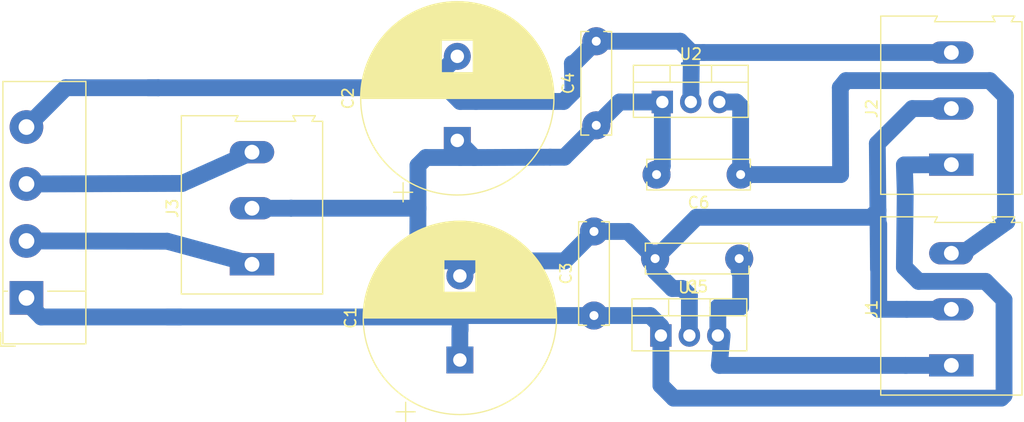
<source format=kicad_pcb>
(kicad_pcb (version 20171130) (host pcbnew "(5.1.0)-1")

  (general
    (thickness 1.6)
    (drawings 0)
    (tracks 118)
    (zones 0)
    (modules 12)
    (nets 8)
  )

  (page A4)
  (layers
    (0 F.Cu signal)
    (31 B.Cu signal)
    (32 B.Adhes user)
    (33 F.Adhes user)
    (34 B.Paste user)
    (35 F.Paste user)
    (36 B.SilkS user)
    (37 F.SilkS user hide)
    (38 B.Mask user)
    (39 F.Mask user)
    (40 Dwgs.User user)
    (41 Cmts.User user)
    (42 Eco1.User user)
    (43 Eco2.User user)
    (44 Edge.Cuts user)
    (45 Margin user)
    (46 B.CrtYd user)
    (47 F.CrtYd user)
    (48 B.Fab user hide)
    (49 F.Fab user hide)
  )

  (setup
    (last_trace_width 1.5)
    (user_trace_width 1.5)
    (trace_clearance 0.2)
    (zone_clearance 0.508)
    (zone_45_only no)
    (trace_min 0.2)
    (via_size 0.8)
    (via_drill 0.4)
    (via_min_size 0.4)
    (via_min_drill 0.3)
    (uvia_size 0.3)
    (uvia_drill 0.1)
    (uvias_allowed no)
    (uvia_min_size 0.2)
    (uvia_min_drill 0.1)
    (edge_width 0.05)
    (segment_width 0.2)
    (pcb_text_width 0.3)
    (pcb_text_size 1.5 1.5)
    (mod_edge_width 0.12)
    (mod_text_size 1 1)
    (mod_text_width 0.15)
    (pad_size 3 3)
    (pad_drill 1.4)
    (pad_to_mask_clearance 0.051)
    (solder_mask_min_width 0.25)
    (aux_axis_origin 0 0)
    (visible_elements 7FFFFFFF)
    (pcbplotparams
      (layerselection 0x010fc_ffffffff)
      (usegerberextensions false)
      (usegerberattributes false)
      (usegerberadvancedattributes false)
      (creategerberjobfile false)
      (excludeedgelayer true)
      (linewidth 0.100000)
      (plotframeref false)
      (viasonmask false)
      (mode 1)
      (useauxorigin false)
      (hpglpennumber 1)
      (hpglpenspeed 20)
      (hpglpendiameter 15.000000)
      (psnegative false)
      (psa4output false)
      (plotreference true)
      (plotvalue true)
      (plotinvisibletext false)
      (padsonsilk false)
      (subtractmaskfromsilk false)
      (outputformat 1)
      (mirror false)
      (drillshape 1)
      (scaleselection 1)
      (outputdirectory ""))
  )

  (net 0 "")
  (net 1 "Net-(C1-Pad2)")
  (net 2 "Net-(C1-Pad1)")
  (net 3 "Net-(C2-Pad2)")
  (net 4 "Net-(C5-Pad1)")
  (net 5 "Net-(C6-Pad1)")
  (net 6 "Net-(D1-Pad2)")
  (net 7 "Net-(D1-Pad3)")

  (net_class Default "This is the default net class."
    (clearance 0.2)
    (trace_width 0.25)
    (via_dia 0.8)
    (via_drill 0.4)
    (uvia_dia 0.3)
    (uvia_drill 0.1)
    (add_net "Net-(C1-Pad1)")
    (add_net "Net-(C1-Pad2)")
    (add_net "Net-(C2-Pad2)")
    (add_net "Net-(C5-Pad1)")
    (add_net "Net-(C6-Pad1)")
    (add_net "Net-(D1-Pad2)")
    (add_net "Net-(D1-Pad3)")
  )

  (module Capacitor_THT:C_Rect_L9.0mm_W2.5mm_P7.50mm_MKT (layer F.Cu) (tedit 5E3D2F5D) (tstamp 5E3BEBB4)
    (at 167.767 103.759 180)
    (descr "C, Rect series, Radial, pin pitch=7.50mm, , length*width=9*2.5mm^2, Capacitor, https://en.tdk.eu/inf/20/20/db/fc_2009/MKT_B32560_564.pdf")
    (tags "C Rect series Radial pin pitch 7.50mm  length 9mm width 2.5mm Capacitor")
    (path /5E2D8CEC)
    (fp_text reference C6 (at 3.75 -2.5 180) (layer F.SilkS)
      (effects (font (size 1 1) (thickness 0.15)))
    )
    (fp_text value C_Small (at 3.75 2.5 180) (layer F.Fab)
      (effects (font (size 1 1) (thickness 0.15)))
    )
    (fp_text user %R (at 3.75 0 180) (layer F.Fab)
      (effects (font (size 1 1) (thickness 0.15)))
    )
    (fp_line (start 8.55 -1.5) (end -1.05 -1.5) (layer F.CrtYd) (width 0.05))
    (fp_line (start 8.55 1.5) (end 8.55 -1.5) (layer F.CrtYd) (width 0.05))
    (fp_line (start -1.05 1.5) (end 8.55 1.5) (layer F.CrtYd) (width 0.05))
    (fp_line (start -1.05 -1.5) (end -1.05 1.5) (layer F.CrtYd) (width 0.05))
    (fp_line (start 8.37 0.665) (end 8.37 1.37) (layer F.SilkS) (width 0.12))
    (fp_line (start 8.37 -1.37) (end 8.37 -0.665) (layer F.SilkS) (width 0.12))
    (fp_line (start -0.87 0.665) (end -0.87 1.37) (layer F.SilkS) (width 0.12))
    (fp_line (start -0.87 -1.37) (end -0.87 -0.665) (layer F.SilkS) (width 0.12))
    (fp_line (start -0.87 1.37) (end 8.37 1.37) (layer F.SilkS) (width 0.12))
    (fp_line (start -0.87 -1.37) (end 8.37 -1.37) (layer F.SilkS) (width 0.12))
    (fp_line (start 8.25 -1.25) (end -0.75 -1.25) (layer F.Fab) (width 0.1))
    (fp_line (start 8.25 1.25) (end 8.25 -1.25) (layer F.Fab) (width 0.1))
    (fp_line (start -0.75 1.25) (end 8.25 1.25) (layer F.Fab) (width 0.1))
    (fp_line (start -0.75 -1.25) (end -0.75 1.25) (layer F.Fab) (width 0.1))
    (pad 2 thru_hole circle (at 7.5 0 180) (size 2.5 2.5) (drill 0.8) (layers *.Cu *.Mask)
      (net 1 "Net-(C1-Pad2)"))
    (pad 1 thru_hole circle (at 0 0 180) (size 2.5 2.5) (drill 0.8) (layers *.Cu *.Mask)
      (net 5 "Net-(C6-Pad1)"))
    (model ${KISYS3DMOD}/Capacitor_THT.3dshapes/C_Rect_L9.0mm_W2.5mm_P7.50mm_MKT.wrl
      (at (xyz 0 0 0))
      (scale (xyz 1 1 1))
      (rotate (xyz 0 0 0))
    )
  )

  (module Capacitor_THT:C_Rect_L9.0mm_W2.5mm_P7.50mm_MKT (layer F.Cu) (tedit 5E3D2F3B) (tstamp 5E3BEB9F)
    (at 167.64 111.252 180)
    (descr "C, Rect series, Radial, pin pitch=7.50mm, , length*width=9*2.5mm^2, Capacitor, https://en.tdk.eu/inf/20/20/db/fc_2009/MKT_B32560_564.pdf")
    (tags "C Rect series Radial pin pitch 7.50mm  length 9mm width 2.5mm Capacitor")
    (path /5E2D7486)
    (fp_text reference C5 (at 3.75 -2.5 180) (layer F.SilkS)
      (effects (font (size 1 1) (thickness 0.15)))
    )
    (fp_text value C_Small (at 3.75 2.5 180) (layer F.Fab)
      (effects (font (size 1 1) (thickness 0.15)))
    )
    (fp_text user %R (at 3.75 0 180) (layer F.Fab)
      (effects (font (size 1 1) (thickness 0.15)))
    )
    (fp_line (start 8.55 -1.5) (end -1.05 -1.5) (layer F.CrtYd) (width 0.05))
    (fp_line (start 8.55 1.5) (end 8.55 -1.5) (layer F.CrtYd) (width 0.05))
    (fp_line (start -1.05 1.5) (end 8.55 1.5) (layer F.CrtYd) (width 0.05))
    (fp_line (start -1.05 -1.5) (end -1.05 1.5) (layer F.CrtYd) (width 0.05))
    (fp_line (start 8.37 0.665) (end 8.37 1.37) (layer F.SilkS) (width 0.12))
    (fp_line (start 8.37 -1.37) (end 8.37 -0.665) (layer F.SilkS) (width 0.12))
    (fp_line (start -0.87 0.665) (end -0.87 1.37) (layer F.SilkS) (width 0.12))
    (fp_line (start -0.87 -1.37) (end -0.87 -0.665) (layer F.SilkS) (width 0.12))
    (fp_line (start -0.87 1.37) (end 8.37 1.37) (layer F.SilkS) (width 0.12))
    (fp_line (start -0.87 -1.37) (end 8.37 -1.37) (layer F.SilkS) (width 0.12))
    (fp_line (start 8.25 -1.25) (end -0.75 -1.25) (layer F.Fab) (width 0.1))
    (fp_line (start 8.25 1.25) (end 8.25 -1.25) (layer F.Fab) (width 0.1))
    (fp_line (start -0.75 1.25) (end 8.25 1.25) (layer F.Fab) (width 0.1))
    (fp_line (start -0.75 -1.25) (end -0.75 1.25) (layer F.Fab) (width 0.1))
    (pad 2 thru_hole circle (at 7.5 0 180) (size 2.5 2.5) (drill 0.8) (layers *.Cu *.Mask)
      (net 1 "Net-(C1-Pad2)"))
    (pad 1 thru_hole circle (at 0 0 180) (size 2.5 2.5) (drill 0.8) (layers *.Cu *.Mask)
      (net 4 "Net-(C5-Pad1)"))
    (model ${KISYS3DMOD}/Capacitor_THT.3dshapes/C_Rect_L9.0mm_W2.5mm_P7.50mm_MKT.wrl
      (at (xyz 0 0 0))
      (scale (xyz 1 1 1))
      (rotate (xyz 0 0 0))
    )
  )

  (module Capacitor_THT:C_Rect_L9.0mm_W2.5mm_P7.50mm_MKT (layer F.Cu) (tedit 5E3D2F91) (tstamp 5E3C2829)
    (at 154.8892 99.3648 90)
    (descr "C, Rect series, Radial, pin pitch=7.50mm, , length*width=9*2.5mm^2, Capacitor, https://en.tdk.eu/inf/20/20/db/fc_2009/MKT_B32560_564.pdf")
    (tags "C Rect series Radial pin pitch 7.50mm  length 9mm width 2.5mm Capacitor")
    (path /5E2C1A97)
    (fp_text reference C4 (at 3.75 -2.5 90) (layer F.SilkS)
      (effects (font (size 1 1) (thickness 0.15)))
    )
    (fp_text value 100n (at 3.75 2.5 90) (layer F.Fab)
      (effects (font (size 1 1) (thickness 0.15)))
    )
    (fp_text user %R (at 3.75 0 90) (layer F.Fab)
      (effects (font (size 1 1) (thickness 0.15)))
    )
    (fp_line (start 8.55 -1.5) (end -1.05 -1.5) (layer F.CrtYd) (width 0.05))
    (fp_line (start 8.55 1.5) (end 8.55 -1.5) (layer F.CrtYd) (width 0.05))
    (fp_line (start -1.05 1.5) (end 8.55 1.5) (layer F.CrtYd) (width 0.05))
    (fp_line (start -1.05 -1.5) (end -1.05 1.5) (layer F.CrtYd) (width 0.05))
    (fp_line (start 8.37 0.665) (end 8.37 1.37) (layer F.SilkS) (width 0.12))
    (fp_line (start 8.37 -1.37) (end 8.37 -0.665) (layer F.SilkS) (width 0.12))
    (fp_line (start -0.87 0.665) (end -0.87 1.37) (layer F.SilkS) (width 0.12))
    (fp_line (start -0.87 -1.37) (end -0.87 -0.665) (layer F.SilkS) (width 0.12))
    (fp_line (start -0.87 1.37) (end 8.37 1.37) (layer F.SilkS) (width 0.12))
    (fp_line (start -0.87 -1.37) (end 8.37 -1.37) (layer F.SilkS) (width 0.12))
    (fp_line (start 8.25 -1.25) (end -0.75 -1.25) (layer F.Fab) (width 0.1))
    (fp_line (start 8.25 1.25) (end 8.25 -1.25) (layer F.Fab) (width 0.1))
    (fp_line (start -0.75 1.25) (end 8.25 1.25) (layer F.Fab) (width 0.1))
    (fp_line (start -0.75 -1.25) (end -0.75 1.25) (layer F.Fab) (width 0.1))
    (pad 2 thru_hole circle (at 7.5 0 90) (size 2.5 2.5) (drill 0.8) (layers *.Cu *.Mask)
      (net 3 "Net-(C2-Pad2)"))
    (pad 1 thru_hole circle (at 0 0 90) (size 2.5 2.5) (drill 0.8) (layers *.Cu *.Mask)
      (net 1 "Net-(C1-Pad2)"))
    (model ${KISYS3DMOD}/Capacitor_THT.3dshapes/C_Rect_L9.0mm_W2.5mm_P7.50mm_MKT.wrl
      (at (xyz 0 0 0))
      (scale (xyz 1 1 1))
      (rotate (xyz 0 0 0))
    )
  )

  (module Capacitor_THT:C_Rect_L9.0mm_W2.5mm_P7.50mm_MKT (layer F.Cu) (tedit 5E3D2F24) (tstamp 5E3BEB75)
    (at 154.686 116.332 90)
    (descr "C, Rect series, Radial, pin pitch=7.50mm, , length*width=9*2.5mm^2, Capacitor, https://en.tdk.eu/inf/20/20/db/fc_2009/MKT_B32560_564.pdf")
    (tags "C Rect series Radial pin pitch 7.50mm  length 9mm width 2.5mm Capacitor")
    (path /5E2C103A)
    (fp_text reference C3 (at 3.75 -2.5 90) (layer F.SilkS)
      (effects (font (size 1 1) (thickness 0.15)))
    )
    (fp_text value 100n (at 3.75 2.5 90) (layer F.Fab)
      (effects (font (size 1 1) (thickness 0.15)))
    )
    (fp_text user %R (at 3.75 0 90) (layer F.Fab)
      (effects (font (size 1 1) (thickness 0.15)))
    )
    (fp_line (start 8.55 -1.5) (end -1.05 -1.5) (layer F.CrtYd) (width 0.05))
    (fp_line (start 8.55 1.5) (end 8.55 -1.5) (layer F.CrtYd) (width 0.05))
    (fp_line (start -1.05 1.5) (end 8.55 1.5) (layer F.CrtYd) (width 0.05))
    (fp_line (start -1.05 -1.5) (end -1.05 1.5) (layer F.CrtYd) (width 0.05))
    (fp_line (start 8.37 0.665) (end 8.37 1.37) (layer F.SilkS) (width 0.12))
    (fp_line (start 8.37 -1.37) (end 8.37 -0.665) (layer F.SilkS) (width 0.12))
    (fp_line (start -0.87 0.665) (end -0.87 1.37) (layer F.SilkS) (width 0.12))
    (fp_line (start -0.87 -1.37) (end -0.87 -0.665) (layer F.SilkS) (width 0.12))
    (fp_line (start -0.87 1.37) (end 8.37 1.37) (layer F.SilkS) (width 0.12))
    (fp_line (start -0.87 -1.37) (end 8.37 -1.37) (layer F.SilkS) (width 0.12))
    (fp_line (start 8.25 -1.25) (end -0.75 -1.25) (layer F.Fab) (width 0.1))
    (fp_line (start 8.25 1.25) (end 8.25 -1.25) (layer F.Fab) (width 0.1))
    (fp_line (start -0.75 1.25) (end 8.25 1.25) (layer F.Fab) (width 0.1))
    (fp_line (start -0.75 -1.25) (end -0.75 1.25) (layer F.Fab) (width 0.1))
    (pad 2 thru_hole circle (at 7.5 0 90) (size 2.5 2.5) (drill 0.8) (layers *.Cu *.Mask)
      (net 1 "Net-(C1-Pad2)"))
    (pad 1 thru_hole circle (at 0 0 90) (size 2.5 2.5) (drill 0.8) (layers *.Cu *.Mask)
      (net 2 "Net-(C1-Pad1)"))
    (model ${KISYS3DMOD}/Capacitor_THT.3dshapes/C_Rect_L9.0mm_W2.5mm_P7.50mm_MKT.wrl
      (at (xyz 0 0 0))
      (scale (xyz 1 1 1))
      (rotate (xyz 0 0 0))
    )
  )

  (module Capacitor_THT:CP_Radial_D17.0mm_P7.50mm (layer F.Cu) (tedit 5AE50EF1) (tstamp 5E3D50DF)
    (at 142.494 100.711 90)
    (descr "CP, Radial series, Radial, pin pitch=7.50mm, , diameter=17mm, Electrolytic Capacitor")
    (tags "CP Radial series Radial pin pitch 7.50mm  diameter 17mm Electrolytic Capacitor")
    (path /5E2C0365)
    (fp_text reference C2 (at 3.75 -9.75 90) (layer F.SilkS)
      (effects (font (size 1 1) (thickness 0.15)))
    )
    (fp_text value 4700u (at 3.75 9.75 90) (layer F.Fab)
      (effects (font (size 1 1) (thickness 0.15)))
    )
    (fp_text user %R (at 3.75 0 90) (layer F.Fab)
      (effects (font (size 1 1) (thickness 0.15)))
    )
    (fp_line (start -4.624466 -5.685) (end -4.624466 -3.985) (layer F.SilkS) (width 0.12))
    (fp_line (start -5.474466 -4.835) (end -3.774466 -4.835) (layer F.SilkS) (width 0.12))
    (fp_line (start 12.35 -0.547) (end 12.35 0.547) (layer F.SilkS) (width 0.12))
    (fp_line (start 12.31 -0.976) (end 12.31 0.976) (layer F.SilkS) (width 0.12))
    (fp_line (start 12.27 -1.27) (end 12.27 1.27) (layer F.SilkS) (width 0.12))
    (fp_line (start 12.23 -1.508) (end 12.23 1.508) (layer F.SilkS) (width 0.12))
    (fp_line (start 12.19 -1.713) (end 12.19 1.713) (layer F.SilkS) (width 0.12))
    (fp_line (start 12.15 -1.896) (end 12.15 1.896) (layer F.SilkS) (width 0.12))
    (fp_line (start 12.11 -2.062) (end 12.11 2.062) (layer F.SilkS) (width 0.12))
    (fp_line (start 12.07 -2.215) (end 12.07 2.215) (layer F.SilkS) (width 0.12))
    (fp_line (start 12.03 -2.358) (end 12.03 2.358) (layer F.SilkS) (width 0.12))
    (fp_line (start 11.99 -2.492) (end 11.99 2.492) (layer F.SilkS) (width 0.12))
    (fp_line (start 11.95 -2.618) (end 11.95 2.618) (layer F.SilkS) (width 0.12))
    (fp_line (start 11.911 -2.739) (end 11.911 2.739) (layer F.SilkS) (width 0.12))
    (fp_line (start 11.871 -2.854) (end 11.871 2.854) (layer F.SilkS) (width 0.12))
    (fp_line (start 11.831 -2.963) (end 11.831 2.963) (layer F.SilkS) (width 0.12))
    (fp_line (start 11.791 -3.069) (end 11.791 3.069) (layer F.SilkS) (width 0.12))
    (fp_line (start 11.751 -3.171) (end 11.751 3.171) (layer F.SilkS) (width 0.12))
    (fp_line (start 11.711 -3.268) (end 11.711 3.268) (layer F.SilkS) (width 0.12))
    (fp_line (start 11.671 -3.363) (end 11.671 3.363) (layer F.SilkS) (width 0.12))
    (fp_line (start 11.631 -3.455) (end 11.631 3.455) (layer F.SilkS) (width 0.12))
    (fp_line (start 11.591 -3.544) (end 11.591 3.544) (layer F.SilkS) (width 0.12))
    (fp_line (start 11.551 -3.63) (end 11.551 3.63) (layer F.SilkS) (width 0.12))
    (fp_line (start 11.511 -3.714) (end 11.511 3.714) (layer F.SilkS) (width 0.12))
    (fp_line (start 11.471 -3.795) (end 11.471 3.795) (layer F.SilkS) (width 0.12))
    (fp_line (start 11.431 -3.875) (end 11.431 3.875) (layer F.SilkS) (width 0.12))
    (fp_line (start 11.391 -3.952) (end 11.391 3.952) (layer F.SilkS) (width 0.12))
    (fp_line (start 11.351 -4.028) (end 11.351 4.028) (layer F.SilkS) (width 0.12))
    (fp_line (start 11.311 -4.102) (end 11.311 4.102) (layer F.SilkS) (width 0.12))
    (fp_line (start 11.271 -4.174) (end 11.271 4.174) (layer F.SilkS) (width 0.12))
    (fp_line (start 11.231 -4.245) (end 11.231 4.245) (layer F.SilkS) (width 0.12))
    (fp_line (start 11.191 -4.314) (end 11.191 4.314) (layer F.SilkS) (width 0.12))
    (fp_line (start 11.151 -4.381) (end 11.151 4.381) (layer F.SilkS) (width 0.12))
    (fp_line (start 11.111 -4.448) (end 11.111 4.448) (layer F.SilkS) (width 0.12))
    (fp_line (start 11.071 -4.513) (end 11.071 4.513) (layer F.SilkS) (width 0.12))
    (fp_line (start 11.031 -4.576) (end 11.031 4.576) (layer F.SilkS) (width 0.12))
    (fp_line (start 10.991 -4.639) (end 10.991 4.639) (layer F.SilkS) (width 0.12))
    (fp_line (start 10.951 -4.7) (end 10.951 4.7) (layer F.SilkS) (width 0.12))
    (fp_line (start 10.911 -4.76) (end 10.911 4.76) (layer F.SilkS) (width 0.12))
    (fp_line (start 10.871 -4.82) (end 10.871 4.82) (layer F.SilkS) (width 0.12))
    (fp_line (start 10.831 -4.878) (end 10.831 4.878) (layer F.SilkS) (width 0.12))
    (fp_line (start 10.791 -4.935) (end 10.791 4.935) (layer F.SilkS) (width 0.12))
    (fp_line (start 10.751 -4.991) (end 10.751 4.991) (layer F.SilkS) (width 0.12))
    (fp_line (start 10.711 -5.046) (end 10.711 5.046) (layer F.SilkS) (width 0.12))
    (fp_line (start 10.671 -5.1) (end 10.671 5.1) (layer F.SilkS) (width 0.12))
    (fp_line (start 10.631 -5.154) (end 10.631 5.154) (layer F.SilkS) (width 0.12))
    (fp_line (start 10.591 -5.206) (end 10.591 5.206) (layer F.SilkS) (width 0.12))
    (fp_line (start 10.551 -5.258) (end 10.551 5.258) (layer F.SilkS) (width 0.12))
    (fp_line (start 10.511 -5.309) (end 10.511 5.309) (layer F.SilkS) (width 0.12))
    (fp_line (start 10.471 -5.359) (end 10.471 5.359) (layer F.SilkS) (width 0.12))
    (fp_line (start 10.431 -5.409) (end 10.431 5.409) (layer F.SilkS) (width 0.12))
    (fp_line (start 10.391 -5.457) (end 10.391 5.457) (layer F.SilkS) (width 0.12))
    (fp_line (start 10.351 -5.505) (end 10.351 5.505) (layer F.SilkS) (width 0.12))
    (fp_line (start 10.311 -5.553) (end 10.311 5.553) (layer F.SilkS) (width 0.12))
    (fp_line (start 10.271 -5.599) (end 10.271 5.599) (layer F.SilkS) (width 0.12))
    (fp_line (start 10.231 -5.645) (end 10.231 5.645) (layer F.SilkS) (width 0.12))
    (fp_line (start 10.191 -5.69) (end 10.191 5.69) (layer F.SilkS) (width 0.12))
    (fp_line (start 10.151 -5.735) (end 10.151 5.735) (layer F.SilkS) (width 0.12))
    (fp_line (start 10.111 -5.779) (end 10.111 5.779) (layer F.SilkS) (width 0.12))
    (fp_line (start 10.071 -5.822) (end 10.071 5.822) (layer F.SilkS) (width 0.12))
    (fp_line (start 10.031 -5.865) (end 10.031 5.865) (layer F.SilkS) (width 0.12))
    (fp_line (start 9.991 -5.907) (end 9.991 5.907) (layer F.SilkS) (width 0.12))
    (fp_line (start 9.951 -5.949) (end 9.951 5.949) (layer F.SilkS) (width 0.12))
    (fp_line (start 9.911 -5.99) (end 9.911 5.99) (layer F.SilkS) (width 0.12))
    (fp_line (start 9.871 -6.031) (end 9.871 6.031) (layer F.SilkS) (width 0.12))
    (fp_line (start 9.831 -6.071) (end 9.831 6.071) (layer F.SilkS) (width 0.12))
    (fp_line (start 9.791 -6.111) (end 9.791 6.111) (layer F.SilkS) (width 0.12))
    (fp_line (start 9.751 -6.15) (end 9.751 6.15) (layer F.SilkS) (width 0.12))
    (fp_line (start 9.711 -6.188) (end 9.711 6.188) (layer F.SilkS) (width 0.12))
    (fp_line (start 9.671 -6.226) (end 9.671 6.226) (layer F.SilkS) (width 0.12))
    (fp_line (start 9.631 -6.264) (end 9.631 6.264) (layer F.SilkS) (width 0.12))
    (fp_line (start 9.591 -6.301) (end 9.591 6.301) (layer F.SilkS) (width 0.12))
    (fp_line (start 9.551 -6.337) (end 9.551 6.337) (layer F.SilkS) (width 0.12))
    (fp_line (start 9.511 -6.374) (end 9.511 6.374) (layer F.SilkS) (width 0.12))
    (fp_line (start 9.471 -6.409) (end 9.471 6.409) (layer F.SilkS) (width 0.12))
    (fp_line (start 9.431 -6.444) (end 9.431 6.444) (layer F.SilkS) (width 0.12))
    (fp_line (start 9.391 -6.479) (end 9.391 6.479) (layer F.SilkS) (width 0.12))
    (fp_line (start 9.351 -6.514) (end 9.351 6.514) (layer F.SilkS) (width 0.12))
    (fp_line (start 9.311 -6.548) (end 9.311 6.548) (layer F.SilkS) (width 0.12))
    (fp_line (start 9.271 -6.581) (end 9.271 6.581) (layer F.SilkS) (width 0.12))
    (fp_line (start 9.231 -6.614) (end 9.231 6.614) (layer F.SilkS) (width 0.12))
    (fp_line (start 9.191 -6.647) (end 9.191 6.647) (layer F.SilkS) (width 0.12))
    (fp_line (start 9.151 -6.679) (end 9.151 6.679) (layer F.SilkS) (width 0.12))
    (fp_line (start 9.111 -6.711) (end 9.111 6.711) (layer F.SilkS) (width 0.12))
    (fp_line (start 9.071 -6.743) (end 9.071 6.743) (layer F.SilkS) (width 0.12))
    (fp_line (start 9.031 -6.774) (end 9.031 6.774) (layer F.SilkS) (width 0.12))
    (fp_line (start 8.991 -6.805) (end 8.991 6.805) (layer F.SilkS) (width 0.12))
    (fp_line (start 8.951 -6.835) (end 8.951 6.835) (layer F.SilkS) (width 0.12))
    (fp_line (start 8.911 1.44) (end 8.911 6.865) (layer F.SilkS) (width 0.12))
    (fp_line (start 8.911 -6.865) (end 8.911 -1.44) (layer F.SilkS) (width 0.12))
    (fp_line (start 8.871 1.44) (end 8.871 6.895) (layer F.SilkS) (width 0.12))
    (fp_line (start 8.871 -6.895) (end 8.871 -1.44) (layer F.SilkS) (width 0.12))
    (fp_line (start 8.831 1.44) (end 8.831 6.925) (layer F.SilkS) (width 0.12))
    (fp_line (start 8.831 -6.925) (end 8.831 -1.44) (layer F.SilkS) (width 0.12))
    (fp_line (start 8.791 1.44) (end 8.791 6.954) (layer F.SilkS) (width 0.12))
    (fp_line (start 8.791 -6.954) (end 8.791 -1.44) (layer F.SilkS) (width 0.12))
    (fp_line (start 8.751 1.44) (end 8.751 6.982) (layer F.SilkS) (width 0.12))
    (fp_line (start 8.751 -6.982) (end 8.751 -1.44) (layer F.SilkS) (width 0.12))
    (fp_line (start 8.711 1.44) (end 8.711 7.011) (layer F.SilkS) (width 0.12))
    (fp_line (start 8.711 -7.011) (end 8.711 -1.44) (layer F.SilkS) (width 0.12))
    (fp_line (start 8.671 1.44) (end 8.671 7.038) (layer F.SilkS) (width 0.12))
    (fp_line (start 8.671 -7.038) (end 8.671 -1.44) (layer F.SilkS) (width 0.12))
    (fp_line (start 8.631 1.44) (end 8.631 7.066) (layer F.SilkS) (width 0.12))
    (fp_line (start 8.631 -7.066) (end 8.631 -1.44) (layer F.SilkS) (width 0.12))
    (fp_line (start 8.591 1.44) (end 8.591 7.093) (layer F.SilkS) (width 0.12))
    (fp_line (start 8.591 -7.093) (end 8.591 -1.44) (layer F.SilkS) (width 0.12))
    (fp_line (start 8.551 1.44) (end 8.551 7.12) (layer F.SilkS) (width 0.12))
    (fp_line (start 8.551 -7.12) (end 8.551 -1.44) (layer F.SilkS) (width 0.12))
    (fp_line (start 8.511 1.44) (end 8.511 7.147) (layer F.SilkS) (width 0.12))
    (fp_line (start 8.511 -7.147) (end 8.511 -1.44) (layer F.SilkS) (width 0.12))
    (fp_line (start 8.471 1.44) (end 8.471 7.173) (layer F.SilkS) (width 0.12))
    (fp_line (start 8.471 -7.173) (end 8.471 -1.44) (layer F.SilkS) (width 0.12))
    (fp_line (start 8.431 1.44) (end 8.431 7.199) (layer F.SilkS) (width 0.12))
    (fp_line (start 8.431 -7.199) (end 8.431 -1.44) (layer F.SilkS) (width 0.12))
    (fp_line (start 8.391 1.44) (end 8.391 7.225) (layer F.SilkS) (width 0.12))
    (fp_line (start 8.391 -7.225) (end 8.391 -1.44) (layer F.SilkS) (width 0.12))
    (fp_line (start 8.351 1.44) (end 8.351 7.251) (layer F.SilkS) (width 0.12))
    (fp_line (start 8.351 -7.251) (end 8.351 -1.44) (layer F.SilkS) (width 0.12))
    (fp_line (start 8.311 1.44) (end 8.311 7.276) (layer F.SilkS) (width 0.12))
    (fp_line (start 8.311 -7.276) (end 8.311 -1.44) (layer F.SilkS) (width 0.12))
    (fp_line (start 8.271 1.44) (end 8.271 7.3) (layer F.SilkS) (width 0.12))
    (fp_line (start 8.271 -7.3) (end 8.271 -1.44) (layer F.SilkS) (width 0.12))
    (fp_line (start 8.231 1.44) (end 8.231 7.325) (layer F.SilkS) (width 0.12))
    (fp_line (start 8.231 -7.325) (end 8.231 -1.44) (layer F.SilkS) (width 0.12))
    (fp_line (start 8.191 1.44) (end 8.191 7.349) (layer F.SilkS) (width 0.12))
    (fp_line (start 8.191 -7.349) (end 8.191 -1.44) (layer F.SilkS) (width 0.12))
    (fp_line (start 8.151 1.44) (end 8.151 7.373) (layer F.SilkS) (width 0.12))
    (fp_line (start 8.151 -7.373) (end 8.151 -1.44) (layer F.SilkS) (width 0.12))
    (fp_line (start 8.111 1.44) (end 8.111 7.397) (layer F.SilkS) (width 0.12))
    (fp_line (start 8.111 -7.397) (end 8.111 -1.44) (layer F.SilkS) (width 0.12))
    (fp_line (start 8.071 1.44) (end 8.071 7.42) (layer F.SilkS) (width 0.12))
    (fp_line (start 8.071 -7.42) (end 8.071 -1.44) (layer F.SilkS) (width 0.12))
    (fp_line (start 8.031 1.44) (end 8.031 7.443) (layer F.SilkS) (width 0.12))
    (fp_line (start 8.031 -7.443) (end 8.031 -1.44) (layer F.SilkS) (width 0.12))
    (fp_line (start 7.991 1.44) (end 7.991 7.466) (layer F.SilkS) (width 0.12))
    (fp_line (start 7.991 -7.466) (end 7.991 -1.44) (layer F.SilkS) (width 0.12))
    (fp_line (start 7.951 1.44) (end 7.951 7.488) (layer F.SilkS) (width 0.12))
    (fp_line (start 7.951 -7.488) (end 7.951 -1.44) (layer F.SilkS) (width 0.12))
    (fp_line (start 7.911 1.44) (end 7.911 7.51) (layer F.SilkS) (width 0.12))
    (fp_line (start 7.911 -7.51) (end 7.911 -1.44) (layer F.SilkS) (width 0.12))
    (fp_line (start 7.871 1.44) (end 7.871 7.532) (layer F.SilkS) (width 0.12))
    (fp_line (start 7.871 -7.532) (end 7.871 -1.44) (layer F.SilkS) (width 0.12))
    (fp_line (start 7.831 1.44) (end 7.831 7.554) (layer F.SilkS) (width 0.12))
    (fp_line (start 7.831 -7.554) (end 7.831 -1.44) (layer F.SilkS) (width 0.12))
    (fp_line (start 7.791 1.44) (end 7.791 7.575) (layer F.SilkS) (width 0.12))
    (fp_line (start 7.791 -7.575) (end 7.791 -1.44) (layer F.SilkS) (width 0.12))
    (fp_line (start 7.751 1.44) (end 7.751 7.596) (layer F.SilkS) (width 0.12))
    (fp_line (start 7.751 -7.596) (end 7.751 -1.44) (layer F.SilkS) (width 0.12))
    (fp_line (start 7.711 1.44) (end 7.711 7.617) (layer F.SilkS) (width 0.12))
    (fp_line (start 7.711 -7.617) (end 7.711 -1.44) (layer F.SilkS) (width 0.12))
    (fp_line (start 7.671 1.44) (end 7.671 7.638) (layer F.SilkS) (width 0.12))
    (fp_line (start 7.671 -7.638) (end 7.671 -1.44) (layer F.SilkS) (width 0.12))
    (fp_line (start 7.631 1.44) (end 7.631 7.658) (layer F.SilkS) (width 0.12))
    (fp_line (start 7.631 -7.658) (end 7.631 -1.44) (layer F.SilkS) (width 0.12))
    (fp_line (start 7.591 1.44) (end 7.591 7.678) (layer F.SilkS) (width 0.12))
    (fp_line (start 7.591 -7.678) (end 7.591 -1.44) (layer F.SilkS) (width 0.12))
    (fp_line (start 7.551 1.44) (end 7.551 7.698) (layer F.SilkS) (width 0.12))
    (fp_line (start 7.551 -7.698) (end 7.551 -1.44) (layer F.SilkS) (width 0.12))
    (fp_line (start 7.511 1.44) (end 7.511 7.717) (layer F.SilkS) (width 0.12))
    (fp_line (start 7.511 -7.717) (end 7.511 -1.44) (layer F.SilkS) (width 0.12))
    (fp_line (start 7.471 1.44) (end 7.471 7.736) (layer F.SilkS) (width 0.12))
    (fp_line (start 7.471 -7.736) (end 7.471 -1.44) (layer F.SilkS) (width 0.12))
    (fp_line (start 7.431 1.44) (end 7.431 7.755) (layer F.SilkS) (width 0.12))
    (fp_line (start 7.431 -7.755) (end 7.431 -1.44) (layer F.SilkS) (width 0.12))
    (fp_line (start 7.391 1.44) (end 7.391 7.774) (layer F.SilkS) (width 0.12))
    (fp_line (start 7.391 -7.774) (end 7.391 -1.44) (layer F.SilkS) (width 0.12))
    (fp_line (start 7.351 1.44) (end 7.351 7.793) (layer F.SilkS) (width 0.12))
    (fp_line (start 7.351 -7.793) (end 7.351 -1.44) (layer F.SilkS) (width 0.12))
    (fp_line (start 7.311 1.44) (end 7.311 7.811) (layer F.SilkS) (width 0.12))
    (fp_line (start 7.311 -7.811) (end 7.311 -1.44) (layer F.SilkS) (width 0.12))
    (fp_line (start 7.271 1.44) (end 7.271 7.829) (layer F.SilkS) (width 0.12))
    (fp_line (start 7.271 -7.829) (end 7.271 -1.44) (layer F.SilkS) (width 0.12))
    (fp_line (start 7.231 1.44) (end 7.231 7.847) (layer F.SilkS) (width 0.12))
    (fp_line (start 7.231 -7.847) (end 7.231 -1.44) (layer F.SilkS) (width 0.12))
    (fp_line (start 7.191 1.44) (end 7.191 7.864) (layer F.SilkS) (width 0.12))
    (fp_line (start 7.191 -7.864) (end 7.191 -1.44) (layer F.SilkS) (width 0.12))
    (fp_line (start 7.151 1.44) (end 7.151 7.882) (layer F.SilkS) (width 0.12))
    (fp_line (start 7.151 -7.882) (end 7.151 -1.44) (layer F.SilkS) (width 0.12))
    (fp_line (start 7.111 1.44) (end 7.111 7.899) (layer F.SilkS) (width 0.12))
    (fp_line (start 7.111 -7.899) (end 7.111 -1.44) (layer F.SilkS) (width 0.12))
    (fp_line (start 7.071 1.44) (end 7.071 7.915) (layer F.SilkS) (width 0.12))
    (fp_line (start 7.071 -7.915) (end 7.071 -1.44) (layer F.SilkS) (width 0.12))
    (fp_line (start 7.031 1.44) (end 7.031 7.932) (layer F.SilkS) (width 0.12))
    (fp_line (start 7.031 -7.932) (end 7.031 -1.44) (layer F.SilkS) (width 0.12))
    (fp_line (start 6.991 1.44) (end 6.991 7.948) (layer F.SilkS) (width 0.12))
    (fp_line (start 6.991 -7.948) (end 6.991 -1.44) (layer F.SilkS) (width 0.12))
    (fp_line (start 6.951 1.44) (end 6.951 7.965) (layer F.SilkS) (width 0.12))
    (fp_line (start 6.951 -7.965) (end 6.951 -1.44) (layer F.SilkS) (width 0.12))
    (fp_line (start 6.911 1.44) (end 6.911 7.98) (layer F.SilkS) (width 0.12))
    (fp_line (start 6.911 -7.98) (end 6.911 -1.44) (layer F.SilkS) (width 0.12))
    (fp_line (start 6.871 1.44) (end 6.871 7.996) (layer F.SilkS) (width 0.12))
    (fp_line (start 6.871 -7.996) (end 6.871 -1.44) (layer F.SilkS) (width 0.12))
    (fp_line (start 6.831 1.44) (end 6.831 8.011) (layer F.SilkS) (width 0.12))
    (fp_line (start 6.831 -8.011) (end 6.831 -1.44) (layer F.SilkS) (width 0.12))
    (fp_line (start 6.791 1.44) (end 6.791 8.027) (layer F.SilkS) (width 0.12))
    (fp_line (start 6.791 -8.027) (end 6.791 -1.44) (layer F.SilkS) (width 0.12))
    (fp_line (start 6.751 1.44) (end 6.751 8.042) (layer F.SilkS) (width 0.12))
    (fp_line (start 6.751 -8.042) (end 6.751 -1.44) (layer F.SilkS) (width 0.12))
    (fp_line (start 6.711 1.44) (end 6.711 8.056) (layer F.SilkS) (width 0.12))
    (fp_line (start 6.711 -8.056) (end 6.711 -1.44) (layer F.SilkS) (width 0.12))
    (fp_line (start 6.671 1.44) (end 6.671 8.071) (layer F.SilkS) (width 0.12))
    (fp_line (start 6.671 -8.071) (end 6.671 -1.44) (layer F.SilkS) (width 0.12))
    (fp_line (start 6.631 1.44) (end 6.631 8.085) (layer F.SilkS) (width 0.12))
    (fp_line (start 6.631 -8.085) (end 6.631 -1.44) (layer F.SilkS) (width 0.12))
    (fp_line (start 6.591 1.44) (end 6.591 8.099) (layer F.SilkS) (width 0.12))
    (fp_line (start 6.591 -8.099) (end 6.591 -1.44) (layer F.SilkS) (width 0.12))
    (fp_line (start 6.551 1.44) (end 6.551 8.113) (layer F.SilkS) (width 0.12))
    (fp_line (start 6.551 -8.113) (end 6.551 -1.44) (layer F.SilkS) (width 0.12))
    (fp_line (start 6.511 1.44) (end 6.511 8.127) (layer F.SilkS) (width 0.12))
    (fp_line (start 6.511 -8.127) (end 6.511 -1.44) (layer F.SilkS) (width 0.12))
    (fp_line (start 6.471 1.44) (end 6.471 8.14) (layer F.SilkS) (width 0.12))
    (fp_line (start 6.471 -8.14) (end 6.471 -1.44) (layer F.SilkS) (width 0.12))
    (fp_line (start 6.431 1.44) (end 6.431 8.153) (layer F.SilkS) (width 0.12))
    (fp_line (start 6.431 -8.153) (end 6.431 -1.44) (layer F.SilkS) (width 0.12))
    (fp_line (start 6.391 1.44) (end 6.391 8.166) (layer F.SilkS) (width 0.12))
    (fp_line (start 6.391 -8.166) (end 6.391 -1.44) (layer F.SilkS) (width 0.12))
    (fp_line (start 6.351 1.44) (end 6.351 8.179) (layer F.SilkS) (width 0.12))
    (fp_line (start 6.351 -8.179) (end 6.351 -1.44) (layer F.SilkS) (width 0.12))
    (fp_line (start 6.311 1.44) (end 6.311 8.192) (layer F.SilkS) (width 0.12))
    (fp_line (start 6.311 -8.192) (end 6.311 -1.44) (layer F.SilkS) (width 0.12))
    (fp_line (start 6.271 1.44) (end 6.271 8.204) (layer F.SilkS) (width 0.12))
    (fp_line (start 6.271 -8.204) (end 6.271 -1.44) (layer F.SilkS) (width 0.12))
    (fp_line (start 6.231 1.44) (end 6.231 8.216) (layer F.SilkS) (width 0.12))
    (fp_line (start 6.231 -8.216) (end 6.231 -1.44) (layer F.SilkS) (width 0.12))
    (fp_line (start 6.191 1.44) (end 6.191 8.228) (layer F.SilkS) (width 0.12))
    (fp_line (start 6.191 -8.228) (end 6.191 -1.44) (layer F.SilkS) (width 0.12))
    (fp_line (start 6.151 1.44) (end 6.151 8.24) (layer F.SilkS) (width 0.12))
    (fp_line (start 6.151 -8.24) (end 6.151 -1.44) (layer F.SilkS) (width 0.12))
    (fp_line (start 6.111 1.44) (end 6.111 8.251) (layer F.SilkS) (width 0.12))
    (fp_line (start 6.111 -8.251) (end 6.111 -1.44) (layer F.SilkS) (width 0.12))
    (fp_line (start 6.071 1.44) (end 6.071 8.262) (layer F.SilkS) (width 0.12))
    (fp_line (start 6.071 -8.262) (end 6.071 -1.44) (layer F.SilkS) (width 0.12))
    (fp_line (start 6.031 -8.274) (end 6.031 8.274) (layer F.SilkS) (width 0.12))
    (fp_line (start 5.991 -8.284) (end 5.991 8.284) (layer F.SilkS) (width 0.12))
    (fp_line (start 5.951 -8.295) (end 5.951 8.295) (layer F.SilkS) (width 0.12))
    (fp_line (start 5.911 -8.305) (end 5.911 8.305) (layer F.SilkS) (width 0.12))
    (fp_line (start 5.871 -8.316) (end 5.871 8.316) (layer F.SilkS) (width 0.12))
    (fp_line (start 5.831 -8.326) (end 5.831 8.326) (layer F.SilkS) (width 0.12))
    (fp_line (start 5.791 -8.336) (end 5.791 8.336) (layer F.SilkS) (width 0.12))
    (fp_line (start 5.751 -8.345) (end 5.751 8.345) (layer F.SilkS) (width 0.12))
    (fp_line (start 5.711 -8.355) (end 5.711 8.355) (layer F.SilkS) (width 0.12))
    (fp_line (start 5.671 -8.364) (end 5.671 8.364) (layer F.SilkS) (width 0.12))
    (fp_line (start 5.631 -8.373) (end 5.631 8.373) (layer F.SilkS) (width 0.12))
    (fp_line (start 5.591 -8.382) (end 5.591 8.382) (layer F.SilkS) (width 0.12))
    (fp_line (start 5.551 -8.39) (end 5.551 8.39) (layer F.SilkS) (width 0.12))
    (fp_line (start 5.511 -8.399) (end 5.511 8.399) (layer F.SilkS) (width 0.12))
    (fp_line (start 5.471 -8.407) (end 5.471 8.407) (layer F.SilkS) (width 0.12))
    (fp_line (start 5.431 -8.415) (end 5.431 8.415) (layer F.SilkS) (width 0.12))
    (fp_line (start 5.391 -8.423) (end 5.391 8.423) (layer F.SilkS) (width 0.12))
    (fp_line (start 5.351 -8.431) (end 5.351 8.431) (layer F.SilkS) (width 0.12))
    (fp_line (start 5.311 -8.438) (end 5.311 8.438) (layer F.SilkS) (width 0.12))
    (fp_line (start 5.271 -8.445) (end 5.271 8.445) (layer F.SilkS) (width 0.12))
    (fp_line (start 5.231 -8.452) (end 5.231 8.452) (layer F.SilkS) (width 0.12))
    (fp_line (start 5.191 -8.459) (end 5.191 8.459) (layer F.SilkS) (width 0.12))
    (fp_line (start 5.151 -8.466) (end 5.151 8.466) (layer F.SilkS) (width 0.12))
    (fp_line (start 5.111 -8.473) (end 5.111 8.473) (layer F.SilkS) (width 0.12))
    (fp_line (start 5.071 -8.479) (end 5.071 8.479) (layer F.SilkS) (width 0.12))
    (fp_line (start 5.031 -8.485) (end 5.031 8.485) (layer F.SilkS) (width 0.12))
    (fp_line (start 4.991 -8.491) (end 4.991 8.491) (layer F.SilkS) (width 0.12))
    (fp_line (start 4.951 -8.497) (end 4.951 8.497) (layer F.SilkS) (width 0.12))
    (fp_line (start 4.911 -8.502) (end 4.911 8.502) (layer F.SilkS) (width 0.12))
    (fp_line (start 4.871 -8.507) (end 4.871 8.507) (layer F.SilkS) (width 0.12))
    (fp_line (start 4.831 -8.513) (end 4.831 8.513) (layer F.SilkS) (width 0.12))
    (fp_line (start 4.791 -8.518) (end 4.791 8.518) (layer F.SilkS) (width 0.12))
    (fp_line (start 4.751 -8.522) (end 4.751 8.522) (layer F.SilkS) (width 0.12))
    (fp_line (start 4.711 -8.527) (end 4.711 8.527) (layer F.SilkS) (width 0.12))
    (fp_line (start 4.671 -8.531) (end 4.671 8.531) (layer F.SilkS) (width 0.12))
    (fp_line (start 4.631 -8.535) (end 4.631 8.535) (layer F.SilkS) (width 0.12))
    (fp_line (start 4.591 -8.539) (end 4.591 8.539) (layer F.SilkS) (width 0.12))
    (fp_line (start 4.551 -8.543) (end 4.551 8.543) (layer F.SilkS) (width 0.12))
    (fp_line (start 4.511 -8.547) (end 4.511 8.547) (layer F.SilkS) (width 0.12))
    (fp_line (start 4.471 -8.55) (end 4.471 8.55) (layer F.SilkS) (width 0.12))
    (fp_line (start 4.43 -8.554) (end 4.43 8.554) (layer F.SilkS) (width 0.12))
    (fp_line (start 4.39 -8.557) (end 4.39 8.557) (layer F.SilkS) (width 0.12))
    (fp_line (start 4.35 -8.56) (end 4.35 8.56) (layer F.SilkS) (width 0.12))
    (fp_line (start 4.31 -8.562) (end 4.31 8.562) (layer F.SilkS) (width 0.12))
    (fp_line (start 4.27 -8.565) (end 4.27 8.565) (layer F.SilkS) (width 0.12))
    (fp_line (start 4.23 -8.567) (end 4.23 8.567) (layer F.SilkS) (width 0.12))
    (fp_line (start 4.19 -8.569) (end 4.19 8.569) (layer F.SilkS) (width 0.12))
    (fp_line (start 4.15 -8.571) (end 4.15 8.571) (layer F.SilkS) (width 0.12))
    (fp_line (start 4.11 -8.573) (end 4.11 8.573) (layer F.SilkS) (width 0.12))
    (fp_line (start 4.07 -8.575) (end 4.07 8.575) (layer F.SilkS) (width 0.12))
    (fp_line (start 4.03 -8.576) (end 4.03 8.576) (layer F.SilkS) (width 0.12))
    (fp_line (start 3.99 -8.577) (end 3.99 8.577) (layer F.SilkS) (width 0.12))
    (fp_line (start 3.95 -8.578) (end 3.95 8.578) (layer F.SilkS) (width 0.12))
    (fp_line (start 3.91 -8.579) (end 3.91 8.579) (layer F.SilkS) (width 0.12))
    (fp_line (start 3.87 -8.58) (end 3.87 8.58) (layer F.SilkS) (width 0.12))
    (fp_line (start 3.83 -8.58) (end 3.83 8.58) (layer F.SilkS) (width 0.12))
    (fp_line (start 3.79 -8.58) (end 3.79 8.58) (layer F.SilkS) (width 0.12))
    (fp_line (start 3.75 -8.581) (end 3.75 8.581) (layer F.SilkS) (width 0.12))
    (fp_line (start -2.706219 -4.5775) (end -2.706219 -2.8775) (layer F.Fab) (width 0.1))
    (fp_line (start -3.556219 -3.7275) (end -1.856219 -3.7275) (layer F.Fab) (width 0.1))
    (fp_circle (center 3.75 0) (end 12.5 0) (layer F.CrtYd) (width 0.05))
    (fp_circle (center 3.75 0) (end 12.37 0) (layer F.SilkS) (width 0.12))
    (fp_circle (center 3.75 0) (end 12.25 0) (layer F.Fab) (width 0.1))
    (pad 2 thru_hole circle (at 7.5 0 90) (size 2.4 2.4) (drill 1.2) (layers *.Cu *.Mask)
      (net 3 "Net-(C2-Pad2)"))
    (pad 1 thru_hole rect (at 0 0 90) (size 2.4 2.4) (drill 1.2) (layers *.Cu *.Mask)
      (net 1 "Net-(C1-Pad2)"))
    (model ${KISYS3DMOD}/Capacitor_THT.3dshapes/CP_Radial_D17.0mm_P7.50mm.wrl
      (at (xyz 0 0 0))
      (scale (xyz 1 1 1))
      (rotate (xyz 0 0 0))
    )
  )

  (module Capacitor_THT:CP_Radial_D17.0mm_P7.50mm (layer F.Cu) (tedit 5AE50EF1) (tstamp 5E3BEA94)
    (at 142.7226 120.2944 90)
    (descr "CP, Radial series, Radial, pin pitch=7.50mm, , diameter=17mm, Electrolytic Capacitor")
    (tags "CP Radial series Radial pin pitch 7.50mm  diameter 17mm Electrolytic Capacitor")
    (path /5E2BFE99)
    (fp_text reference C1 (at 3.75 -9.75 90) (layer F.SilkS)
      (effects (font (size 1 1) (thickness 0.15)))
    )
    (fp_text value 4700u (at 3.75 9.75 90) (layer F.Fab)
      (effects (font (size 1 1) (thickness 0.15)))
    )
    (fp_text user %R (at 3.75 0 90) (layer F.Fab)
      (effects (font (size 1 1) (thickness 0.15)))
    )
    (fp_line (start -4.624466 -5.685) (end -4.624466 -3.985) (layer F.SilkS) (width 0.12))
    (fp_line (start -5.474466 -4.835) (end -3.774466 -4.835) (layer F.SilkS) (width 0.12))
    (fp_line (start 12.35 -0.547) (end 12.35 0.547) (layer F.SilkS) (width 0.12))
    (fp_line (start 12.31 -0.976) (end 12.31 0.976) (layer F.SilkS) (width 0.12))
    (fp_line (start 12.27 -1.27) (end 12.27 1.27) (layer F.SilkS) (width 0.12))
    (fp_line (start 12.23 -1.508) (end 12.23 1.508) (layer F.SilkS) (width 0.12))
    (fp_line (start 12.19 -1.713) (end 12.19 1.713) (layer F.SilkS) (width 0.12))
    (fp_line (start 12.15 -1.896) (end 12.15 1.896) (layer F.SilkS) (width 0.12))
    (fp_line (start 12.11 -2.062) (end 12.11 2.062) (layer F.SilkS) (width 0.12))
    (fp_line (start 12.07 -2.215) (end 12.07 2.215) (layer F.SilkS) (width 0.12))
    (fp_line (start 12.03 -2.358) (end 12.03 2.358) (layer F.SilkS) (width 0.12))
    (fp_line (start 11.99 -2.492) (end 11.99 2.492) (layer F.SilkS) (width 0.12))
    (fp_line (start 11.95 -2.618) (end 11.95 2.618) (layer F.SilkS) (width 0.12))
    (fp_line (start 11.911 -2.739) (end 11.911 2.739) (layer F.SilkS) (width 0.12))
    (fp_line (start 11.871 -2.854) (end 11.871 2.854) (layer F.SilkS) (width 0.12))
    (fp_line (start 11.831 -2.963) (end 11.831 2.963) (layer F.SilkS) (width 0.12))
    (fp_line (start 11.791 -3.069) (end 11.791 3.069) (layer F.SilkS) (width 0.12))
    (fp_line (start 11.751 -3.171) (end 11.751 3.171) (layer F.SilkS) (width 0.12))
    (fp_line (start 11.711 -3.268) (end 11.711 3.268) (layer F.SilkS) (width 0.12))
    (fp_line (start 11.671 -3.363) (end 11.671 3.363) (layer F.SilkS) (width 0.12))
    (fp_line (start 11.631 -3.455) (end 11.631 3.455) (layer F.SilkS) (width 0.12))
    (fp_line (start 11.591 -3.544) (end 11.591 3.544) (layer F.SilkS) (width 0.12))
    (fp_line (start 11.551 -3.63) (end 11.551 3.63) (layer F.SilkS) (width 0.12))
    (fp_line (start 11.511 -3.714) (end 11.511 3.714) (layer F.SilkS) (width 0.12))
    (fp_line (start 11.471 -3.795) (end 11.471 3.795) (layer F.SilkS) (width 0.12))
    (fp_line (start 11.431 -3.875) (end 11.431 3.875) (layer F.SilkS) (width 0.12))
    (fp_line (start 11.391 -3.952) (end 11.391 3.952) (layer F.SilkS) (width 0.12))
    (fp_line (start 11.351 -4.028) (end 11.351 4.028) (layer F.SilkS) (width 0.12))
    (fp_line (start 11.311 -4.102) (end 11.311 4.102) (layer F.SilkS) (width 0.12))
    (fp_line (start 11.271 -4.174) (end 11.271 4.174) (layer F.SilkS) (width 0.12))
    (fp_line (start 11.231 -4.245) (end 11.231 4.245) (layer F.SilkS) (width 0.12))
    (fp_line (start 11.191 -4.314) (end 11.191 4.314) (layer F.SilkS) (width 0.12))
    (fp_line (start 11.151 -4.381) (end 11.151 4.381) (layer F.SilkS) (width 0.12))
    (fp_line (start 11.111 -4.448) (end 11.111 4.448) (layer F.SilkS) (width 0.12))
    (fp_line (start 11.071 -4.513) (end 11.071 4.513) (layer F.SilkS) (width 0.12))
    (fp_line (start 11.031 -4.576) (end 11.031 4.576) (layer F.SilkS) (width 0.12))
    (fp_line (start 10.991 -4.639) (end 10.991 4.639) (layer F.SilkS) (width 0.12))
    (fp_line (start 10.951 -4.7) (end 10.951 4.7) (layer F.SilkS) (width 0.12))
    (fp_line (start 10.911 -4.76) (end 10.911 4.76) (layer F.SilkS) (width 0.12))
    (fp_line (start 10.871 -4.82) (end 10.871 4.82) (layer F.SilkS) (width 0.12))
    (fp_line (start 10.831 -4.878) (end 10.831 4.878) (layer F.SilkS) (width 0.12))
    (fp_line (start 10.791 -4.935) (end 10.791 4.935) (layer F.SilkS) (width 0.12))
    (fp_line (start 10.751 -4.991) (end 10.751 4.991) (layer F.SilkS) (width 0.12))
    (fp_line (start 10.711 -5.046) (end 10.711 5.046) (layer F.SilkS) (width 0.12))
    (fp_line (start 10.671 -5.1) (end 10.671 5.1) (layer F.SilkS) (width 0.12))
    (fp_line (start 10.631 -5.154) (end 10.631 5.154) (layer F.SilkS) (width 0.12))
    (fp_line (start 10.591 -5.206) (end 10.591 5.206) (layer F.SilkS) (width 0.12))
    (fp_line (start 10.551 -5.258) (end 10.551 5.258) (layer F.SilkS) (width 0.12))
    (fp_line (start 10.511 -5.309) (end 10.511 5.309) (layer F.SilkS) (width 0.12))
    (fp_line (start 10.471 -5.359) (end 10.471 5.359) (layer F.SilkS) (width 0.12))
    (fp_line (start 10.431 -5.409) (end 10.431 5.409) (layer F.SilkS) (width 0.12))
    (fp_line (start 10.391 -5.457) (end 10.391 5.457) (layer F.SilkS) (width 0.12))
    (fp_line (start 10.351 -5.505) (end 10.351 5.505) (layer F.SilkS) (width 0.12))
    (fp_line (start 10.311 -5.553) (end 10.311 5.553) (layer F.SilkS) (width 0.12))
    (fp_line (start 10.271 -5.599) (end 10.271 5.599) (layer F.SilkS) (width 0.12))
    (fp_line (start 10.231 -5.645) (end 10.231 5.645) (layer F.SilkS) (width 0.12))
    (fp_line (start 10.191 -5.69) (end 10.191 5.69) (layer F.SilkS) (width 0.12))
    (fp_line (start 10.151 -5.735) (end 10.151 5.735) (layer F.SilkS) (width 0.12))
    (fp_line (start 10.111 -5.779) (end 10.111 5.779) (layer F.SilkS) (width 0.12))
    (fp_line (start 10.071 -5.822) (end 10.071 5.822) (layer F.SilkS) (width 0.12))
    (fp_line (start 10.031 -5.865) (end 10.031 5.865) (layer F.SilkS) (width 0.12))
    (fp_line (start 9.991 -5.907) (end 9.991 5.907) (layer F.SilkS) (width 0.12))
    (fp_line (start 9.951 -5.949) (end 9.951 5.949) (layer F.SilkS) (width 0.12))
    (fp_line (start 9.911 -5.99) (end 9.911 5.99) (layer F.SilkS) (width 0.12))
    (fp_line (start 9.871 -6.031) (end 9.871 6.031) (layer F.SilkS) (width 0.12))
    (fp_line (start 9.831 -6.071) (end 9.831 6.071) (layer F.SilkS) (width 0.12))
    (fp_line (start 9.791 -6.111) (end 9.791 6.111) (layer F.SilkS) (width 0.12))
    (fp_line (start 9.751 -6.15) (end 9.751 6.15) (layer F.SilkS) (width 0.12))
    (fp_line (start 9.711 -6.188) (end 9.711 6.188) (layer F.SilkS) (width 0.12))
    (fp_line (start 9.671 -6.226) (end 9.671 6.226) (layer F.SilkS) (width 0.12))
    (fp_line (start 9.631 -6.264) (end 9.631 6.264) (layer F.SilkS) (width 0.12))
    (fp_line (start 9.591 -6.301) (end 9.591 6.301) (layer F.SilkS) (width 0.12))
    (fp_line (start 9.551 -6.337) (end 9.551 6.337) (layer F.SilkS) (width 0.12))
    (fp_line (start 9.511 -6.374) (end 9.511 6.374) (layer F.SilkS) (width 0.12))
    (fp_line (start 9.471 -6.409) (end 9.471 6.409) (layer F.SilkS) (width 0.12))
    (fp_line (start 9.431 -6.444) (end 9.431 6.444) (layer F.SilkS) (width 0.12))
    (fp_line (start 9.391 -6.479) (end 9.391 6.479) (layer F.SilkS) (width 0.12))
    (fp_line (start 9.351 -6.514) (end 9.351 6.514) (layer F.SilkS) (width 0.12))
    (fp_line (start 9.311 -6.548) (end 9.311 6.548) (layer F.SilkS) (width 0.12))
    (fp_line (start 9.271 -6.581) (end 9.271 6.581) (layer F.SilkS) (width 0.12))
    (fp_line (start 9.231 -6.614) (end 9.231 6.614) (layer F.SilkS) (width 0.12))
    (fp_line (start 9.191 -6.647) (end 9.191 6.647) (layer F.SilkS) (width 0.12))
    (fp_line (start 9.151 -6.679) (end 9.151 6.679) (layer F.SilkS) (width 0.12))
    (fp_line (start 9.111 -6.711) (end 9.111 6.711) (layer F.SilkS) (width 0.12))
    (fp_line (start 9.071 -6.743) (end 9.071 6.743) (layer F.SilkS) (width 0.12))
    (fp_line (start 9.031 -6.774) (end 9.031 6.774) (layer F.SilkS) (width 0.12))
    (fp_line (start 8.991 -6.805) (end 8.991 6.805) (layer F.SilkS) (width 0.12))
    (fp_line (start 8.951 -6.835) (end 8.951 6.835) (layer F.SilkS) (width 0.12))
    (fp_line (start 8.911 1.44) (end 8.911 6.865) (layer F.SilkS) (width 0.12))
    (fp_line (start 8.911 -6.865) (end 8.911 -1.44) (layer F.SilkS) (width 0.12))
    (fp_line (start 8.871 1.44) (end 8.871 6.895) (layer F.SilkS) (width 0.12))
    (fp_line (start 8.871 -6.895) (end 8.871 -1.44) (layer F.SilkS) (width 0.12))
    (fp_line (start 8.831 1.44) (end 8.831 6.925) (layer F.SilkS) (width 0.12))
    (fp_line (start 8.831 -6.925) (end 8.831 -1.44) (layer F.SilkS) (width 0.12))
    (fp_line (start 8.791 1.44) (end 8.791 6.954) (layer F.SilkS) (width 0.12))
    (fp_line (start 8.791 -6.954) (end 8.791 -1.44) (layer F.SilkS) (width 0.12))
    (fp_line (start 8.751 1.44) (end 8.751 6.982) (layer F.SilkS) (width 0.12))
    (fp_line (start 8.751 -6.982) (end 8.751 -1.44) (layer F.SilkS) (width 0.12))
    (fp_line (start 8.711 1.44) (end 8.711 7.011) (layer F.SilkS) (width 0.12))
    (fp_line (start 8.711 -7.011) (end 8.711 -1.44) (layer F.SilkS) (width 0.12))
    (fp_line (start 8.671 1.44) (end 8.671 7.038) (layer F.SilkS) (width 0.12))
    (fp_line (start 8.671 -7.038) (end 8.671 -1.44) (layer F.SilkS) (width 0.12))
    (fp_line (start 8.631 1.44) (end 8.631 7.066) (layer F.SilkS) (width 0.12))
    (fp_line (start 8.631 -7.066) (end 8.631 -1.44) (layer F.SilkS) (width 0.12))
    (fp_line (start 8.591 1.44) (end 8.591 7.093) (layer F.SilkS) (width 0.12))
    (fp_line (start 8.591 -7.093) (end 8.591 -1.44) (layer F.SilkS) (width 0.12))
    (fp_line (start 8.551 1.44) (end 8.551 7.12) (layer F.SilkS) (width 0.12))
    (fp_line (start 8.551 -7.12) (end 8.551 -1.44) (layer F.SilkS) (width 0.12))
    (fp_line (start 8.511 1.44) (end 8.511 7.147) (layer F.SilkS) (width 0.12))
    (fp_line (start 8.511 -7.147) (end 8.511 -1.44) (layer F.SilkS) (width 0.12))
    (fp_line (start 8.471 1.44) (end 8.471 7.173) (layer F.SilkS) (width 0.12))
    (fp_line (start 8.471 -7.173) (end 8.471 -1.44) (layer F.SilkS) (width 0.12))
    (fp_line (start 8.431 1.44) (end 8.431 7.199) (layer F.SilkS) (width 0.12))
    (fp_line (start 8.431 -7.199) (end 8.431 -1.44) (layer F.SilkS) (width 0.12))
    (fp_line (start 8.391 1.44) (end 8.391 7.225) (layer F.SilkS) (width 0.12))
    (fp_line (start 8.391 -7.225) (end 8.391 -1.44) (layer F.SilkS) (width 0.12))
    (fp_line (start 8.351 1.44) (end 8.351 7.251) (layer F.SilkS) (width 0.12))
    (fp_line (start 8.351 -7.251) (end 8.351 -1.44) (layer F.SilkS) (width 0.12))
    (fp_line (start 8.311 1.44) (end 8.311 7.276) (layer F.SilkS) (width 0.12))
    (fp_line (start 8.311 -7.276) (end 8.311 -1.44) (layer F.SilkS) (width 0.12))
    (fp_line (start 8.271 1.44) (end 8.271 7.3) (layer F.SilkS) (width 0.12))
    (fp_line (start 8.271 -7.3) (end 8.271 -1.44) (layer F.SilkS) (width 0.12))
    (fp_line (start 8.231 1.44) (end 8.231 7.325) (layer F.SilkS) (width 0.12))
    (fp_line (start 8.231 -7.325) (end 8.231 -1.44) (layer F.SilkS) (width 0.12))
    (fp_line (start 8.191 1.44) (end 8.191 7.349) (layer F.SilkS) (width 0.12))
    (fp_line (start 8.191 -7.349) (end 8.191 -1.44) (layer F.SilkS) (width 0.12))
    (fp_line (start 8.151 1.44) (end 8.151 7.373) (layer F.SilkS) (width 0.12))
    (fp_line (start 8.151 -7.373) (end 8.151 -1.44) (layer F.SilkS) (width 0.12))
    (fp_line (start 8.111 1.44) (end 8.111 7.397) (layer F.SilkS) (width 0.12))
    (fp_line (start 8.111 -7.397) (end 8.111 -1.44) (layer F.SilkS) (width 0.12))
    (fp_line (start 8.071 1.44) (end 8.071 7.42) (layer F.SilkS) (width 0.12))
    (fp_line (start 8.071 -7.42) (end 8.071 -1.44) (layer F.SilkS) (width 0.12))
    (fp_line (start 8.031 1.44) (end 8.031 7.443) (layer F.SilkS) (width 0.12))
    (fp_line (start 8.031 -7.443) (end 8.031 -1.44) (layer F.SilkS) (width 0.12))
    (fp_line (start 7.991 1.44) (end 7.991 7.466) (layer F.SilkS) (width 0.12))
    (fp_line (start 7.991 -7.466) (end 7.991 -1.44) (layer F.SilkS) (width 0.12))
    (fp_line (start 7.951 1.44) (end 7.951 7.488) (layer F.SilkS) (width 0.12))
    (fp_line (start 7.951 -7.488) (end 7.951 -1.44) (layer F.SilkS) (width 0.12))
    (fp_line (start 7.911 1.44) (end 7.911 7.51) (layer F.SilkS) (width 0.12))
    (fp_line (start 7.911 -7.51) (end 7.911 -1.44) (layer F.SilkS) (width 0.12))
    (fp_line (start 7.871 1.44) (end 7.871 7.532) (layer F.SilkS) (width 0.12))
    (fp_line (start 7.871 -7.532) (end 7.871 -1.44) (layer F.SilkS) (width 0.12))
    (fp_line (start 7.831 1.44) (end 7.831 7.554) (layer F.SilkS) (width 0.12))
    (fp_line (start 7.831 -7.554) (end 7.831 -1.44) (layer F.SilkS) (width 0.12))
    (fp_line (start 7.791 1.44) (end 7.791 7.575) (layer F.SilkS) (width 0.12))
    (fp_line (start 7.791 -7.575) (end 7.791 -1.44) (layer F.SilkS) (width 0.12))
    (fp_line (start 7.751 1.44) (end 7.751 7.596) (layer F.SilkS) (width 0.12))
    (fp_line (start 7.751 -7.596) (end 7.751 -1.44) (layer F.SilkS) (width 0.12))
    (fp_line (start 7.711 1.44) (end 7.711 7.617) (layer F.SilkS) (width 0.12))
    (fp_line (start 7.711 -7.617) (end 7.711 -1.44) (layer F.SilkS) (width 0.12))
    (fp_line (start 7.671 1.44) (end 7.671 7.638) (layer F.SilkS) (width 0.12))
    (fp_line (start 7.671 -7.638) (end 7.671 -1.44) (layer F.SilkS) (width 0.12))
    (fp_line (start 7.631 1.44) (end 7.631 7.658) (layer F.SilkS) (width 0.12))
    (fp_line (start 7.631 -7.658) (end 7.631 -1.44) (layer F.SilkS) (width 0.12))
    (fp_line (start 7.591 1.44) (end 7.591 7.678) (layer F.SilkS) (width 0.12))
    (fp_line (start 7.591 -7.678) (end 7.591 -1.44) (layer F.SilkS) (width 0.12))
    (fp_line (start 7.551 1.44) (end 7.551 7.698) (layer F.SilkS) (width 0.12))
    (fp_line (start 7.551 -7.698) (end 7.551 -1.44) (layer F.SilkS) (width 0.12))
    (fp_line (start 7.511 1.44) (end 7.511 7.717) (layer F.SilkS) (width 0.12))
    (fp_line (start 7.511 -7.717) (end 7.511 -1.44) (layer F.SilkS) (width 0.12))
    (fp_line (start 7.471 1.44) (end 7.471 7.736) (layer F.SilkS) (width 0.12))
    (fp_line (start 7.471 -7.736) (end 7.471 -1.44) (layer F.SilkS) (width 0.12))
    (fp_line (start 7.431 1.44) (end 7.431 7.755) (layer F.SilkS) (width 0.12))
    (fp_line (start 7.431 -7.755) (end 7.431 -1.44) (layer F.SilkS) (width 0.12))
    (fp_line (start 7.391 1.44) (end 7.391 7.774) (layer F.SilkS) (width 0.12))
    (fp_line (start 7.391 -7.774) (end 7.391 -1.44) (layer F.SilkS) (width 0.12))
    (fp_line (start 7.351 1.44) (end 7.351 7.793) (layer F.SilkS) (width 0.12))
    (fp_line (start 7.351 -7.793) (end 7.351 -1.44) (layer F.SilkS) (width 0.12))
    (fp_line (start 7.311 1.44) (end 7.311 7.811) (layer F.SilkS) (width 0.12))
    (fp_line (start 7.311 -7.811) (end 7.311 -1.44) (layer F.SilkS) (width 0.12))
    (fp_line (start 7.271 1.44) (end 7.271 7.829) (layer F.SilkS) (width 0.12))
    (fp_line (start 7.271 -7.829) (end 7.271 -1.44) (layer F.SilkS) (width 0.12))
    (fp_line (start 7.231 1.44) (end 7.231 7.847) (layer F.SilkS) (width 0.12))
    (fp_line (start 7.231 -7.847) (end 7.231 -1.44) (layer F.SilkS) (width 0.12))
    (fp_line (start 7.191 1.44) (end 7.191 7.864) (layer F.SilkS) (width 0.12))
    (fp_line (start 7.191 -7.864) (end 7.191 -1.44) (layer F.SilkS) (width 0.12))
    (fp_line (start 7.151 1.44) (end 7.151 7.882) (layer F.SilkS) (width 0.12))
    (fp_line (start 7.151 -7.882) (end 7.151 -1.44) (layer F.SilkS) (width 0.12))
    (fp_line (start 7.111 1.44) (end 7.111 7.899) (layer F.SilkS) (width 0.12))
    (fp_line (start 7.111 -7.899) (end 7.111 -1.44) (layer F.SilkS) (width 0.12))
    (fp_line (start 7.071 1.44) (end 7.071 7.915) (layer F.SilkS) (width 0.12))
    (fp_line (start 7.071 -7.915) (end 7.071 -1.44) (layer F.SilkS) (width 0.12))
    (fp_line (start 7.031 1.44) (end 7.031 7.932) (layer F.SilkS) (width 0.12))
    (fp_line (start 7.031 -7.932) (end 7.031 -1.44) (layer F.SilkS) (width 0.12))
    (fp_line (start 6.991 1.44) (end 6.991 7.948) (layer F.SilkS) (width 0.12))
    (fp_line (start 6.991 -7.948) (end 6.991 -1.44) (layer F.SilkS) (width 0.12))
    (fp_line (start 6.951 1.44) (end 6.951 7.965) (layer F.SilkS) (width 0.12))
    (fp_line (start 6.951 -7.965) (end 6.951 -1.44) (layer F.SilkS) (width 0.12))
    (fp_line (start 6.911 1.44) (end 6.911 7.98) (layer F.SilkS) (width 0.12))
    (fp_line (start 6.911 -7.98) (end 6.911 -1.44) (layer F.SilkS) (width 0.12))
    (fp_line (start 6.871 1.44) (end 6.871 7.996) (layer F.SilkS) (width 0.12))
    (fp_line (start 6.871 -7.996) (end 6.871 -1.44) (layer F.SilkS) (width 0.12))
    (fp_line (start 6.831 1.44) (end 6.831 8.011) (layer F.SilkS) (width 0.12))
    (fp_line (start 6.831 -8.011) (end 6.831 -1.44) (layer F.SilkS) (width 0.12))
    (fp_line (start 6.791 1.44) (end 6.791 8.027) (layer F.SilkS) (width 0.12))
    (fp_line (start 6.791 -8.027) (end 6.791 -1.44) (layer F.SilkS) (width 0.12))
    (fp_line (start 6.751 1.44) (end 6.751 8.042) (layer F.SilkS) (width 0.12))
    (fp_line (start 6.751 -8.042) (end 6.751 -1.44) (layer F.SilkS) (width 0.12))
    (fp_line (start 6.711 1.44) (end 6.711 8.056) (layer F.SilkS) (width 0.12))
    (fp_line (start 6.711 -8.056) (end 6.711 -1.44) (layer F.SilkS) (width 0.12))
    (fp_line (start 6.671 1.44) (end 6.671 8.071) (layer F.SilkS) (width 0.12))
    (fp_line (start 6.671 -8.071) (end 6.671 -1.44) (layer F.SilkS) (width 0.12))
    (fp_line (start 6.631 1.44) (end 6.631 8.085) (layer F.SilkS) (width 0.12))
    (fp_line (start 6.631 -8.085) (end 6.631 -1.44) (layer F.SilkS) (width 0.12))
    (fp_line (start 6.591 1.44) (end 6.591 8.099) (layer F.SilkS) (width 0.12))
    (fp_line (start 6.591 -8.099) (end 6.591 -1.44) (layer F.SilkS) (width 0.12))
    (fp_line (start 6.551 1.44) (end 6.551 8.113) (layer F.SilkS) (width 0.12))
    (fp_line (start 6.551 -8.113) (end 6.551 -1.44) (layer F.SilkS) (width 0.12))
    (fp_line (start 6.511 1.44) (end 6.511 8.127) (layer F.SilkS) (width 0.12))
    (fp_line (start 6.511 -8.127) (end 6.511 -1.44) (layer F.SilkS) (width 0.12))
    (fp_line (start 6.471 1.44) (end 6.471 8.14) (layer F.SilkS) (width 0.12))
    (fp_line (start 6.471 -8.14) (end 6.471 -1.44) (layer F.SilkS) (width 0.12))
    (fp_line (start 6.431 1.44) (end 6.431 8.153) (layer F.SilkS) (width 0.12))
    (fp_line (start 6.431 -8.153) (end 6.431 -1.44) (layer F.SilkS) (width 0.12))
    (fp_line (start 6.391 1.44) (end 6.391 8.166) (layer F.SilkS) (width 0.12))
    (fp_line (start 6.391 -8.166) (end 6.391 -1.44) (layer F.SilkS) (width 0.12))
    (fp_line (start 6.351 1.44) (end 6.351 8.179) (layer F.SilkS) (width 0.12))
    (fp_line (start 6.351 -8.179) (end 6.351 -1.44) (layer F.SilkS) (width 0.12))
    (fp_line (start 6.311 1.44) (end 6.311 8.192) (layer F.SilkS) (width 0.12))
    (fp_line (start 6.311 -8.192) (end 6.311 -1.44) (layer F.SilkS) (width 0.12))
    (fp_line (start 6.271 1.44) (end 6.271 8.204) (layer F.SilkS) (width 0.12))
    (fp_line (start 6.271 -8.204) (end 6.271 -1.44) (layer F.SilkS) (width 0.12))
    (fp_line (start 6.231 1.44) (end 6.231 8.216) (layer F.SilkS) (width 0.12))
    (fp_line (start 6.231 -8.216) (end 6.231 -1.44) (layer F.SilkS) (width 0.12))
    (fp_line (start 6.191 1.44) (end 6.191 8.228) (layer F.SilkS) (width 0.12))
    (fp_line (start 6.191 -8.228) (end 6.191 -1.44) (layer F.SilkS) (width 0.12))
    (fp_line (start 6.151 1.44) (end 6.151 8.24) (layer F.SilkS) (width 0.12))
    (fp_line (start 6.151 -8.24) (end 6.151 -1.44) (layer F.SilkS) (width 0.12))
    (fp_line (start 6.111 1.44) (end 6.111 8.251) (layer F.SilkS) (width 0.12))
    (fp_line (start 6.111 -8.251) (end 6.111 -1.44) (layer F.SilkS) (width 0.12))
    (fp_line (start 6.071 1.44) (end 6.071 8.262) (layer F.SilkS) (width 0.12))
    (fp_line (start 6.071 -8.262) (end 6.071 -1.44) (layer F.SilkS) (width 0.12))
    (fp_line (start 6.031 -8.274) (end 6.031 8.274) (layer F.SilkS) (width 0.12))
    (fp_line (start 5.991 -8.284) (end 5.991 8.284) (layer F.SilkS) (width 0.12))
    (fp_line (start 5.951 -8.295) (end 5.951 8.295) (layer F.SilkS) (width 0.12))
    (fp_line (start 5.911 -8.305) (end 5.911 8.305) (layer F.SilkS) (width 0.12))
    (fp_line (start 5.871 -8.316) (end 5.871 8.316) (layer F.SilkS) (width 0.12))
    (fp_line (start 5.831 -8.326) (end 5.831 8.326) (layer F.SilkS) (width 0.12))
    (fp_line (start 5.791 -8.336) (end 5.791 8.336) (layer F.SilkS) (width 0.12))
    (fp_line (start 5.751 -8.345) (end 5.751 8.345) (layer F.SilkS) (width 0.12))
    (fp_line (start 5.711 -8.355) (end 5.711 8.355) (layer F.SilkS) (width 0.12))
    (fp_line (start 5.671 -8.364) (end 5.671 8.364) (layer F.SilkS) (width 0.12))
    (fp_line (start 5.631 -8.373) (end 5.631 8.373) (layer F.SilkS) (width 0.12))
    (fp_line (start 5.591 -8.382) (end 5.591 8.382) (layer F.SilkS) (width 0.12))
    (fp_line (start 5.551 -8.39) (end 5.551 8.39) (layer F.SilkS) (width 0.12))
    (fp_line (start 5.511 -8.399) (end 5.511 8.399) (layer F.SilkS) (width 0.12))
    (fp_line (start 5.471 -8.407) (end 5.471 8.407) (layer F.SilkS) (width 0.12))
    (fp_line (start 5.431 -8.415) (end 5.431 8.415) (layer F.SilkS) (width 0.12))
    (fp_line (start 5.391 -8.423) (end 5.391 8.423) (layer F.SilkS) (width 0.12))
    (fp_line (start 5.351 -8.431) (end 5.351 8.431) (layer F.SilkS) (width 0.12))
    (fp_line (start 5.311 -8.438) (end 5.311 8.438) (layer F.SilkS) (width 0.12))
    (fp_line (start 5.271 -8.445) (end 5.271 8.445) (layer F.SilkS) (width 0.12))
    (fp_line (start 5.231 -8.452) (end 5.231 8.452) (layer F.SilkS) (width 0.12))
    (fp_line (start 5.191 -8.459) (end 5.191 8.459) (layer F.SilkS) (width 0.12))
    (fp_line (start 5.151 -8.466) (end 5.151 8.466) (layer F.SilkS) (width 0.12))
    (fp_line (start 5.111 -8.473) (end 5.111 8.473) (layer F.SilkS) (width 0.12))
    (fp_line (start 5.071 -8.479) (end 5.071 8.479) (layer F.SilkS) (width 0.12))
    (fp_line (start 5.031 -8.485) (end 5.031 8.485) (layer F.SilkS) (width 0.12))
    (fp_line (start 4.991 -8.491) (end 4.991 8.491) (layer F.SilkS) (width 0.12))
    (fp_line (start 4.951 -8.497) (end 4.951 8.497) (layer F.SilkS) (width 0.12))
    (fp_line (start 4.911 -8.502) (end 4.911 8.502) (layer F.SilkS) (width 0.12))
    (fp_line (start 4.871 -8.507) (end 4.871 8.507) (layer F.SilkS) (width 0.12))
    (fp_line (start 4.831 -8.513) (end 4.831 8.513) (layer F.SilkS) (width 0.12))
    (fp_line (start 4.791 -8.518) (end 4.791 8.518) (layer F.SilkS) (width 0.12))
    (fp_line (start 4.751 -8.522) (end 4.751 8.522) (layer F.SilkS) (width 0.12))
    (fp_line (start 4.711 -8.527) (end 4.711 8.527) (layer F.SilkS) (width 0.12))
    (fp_line (start 4.671 -8.531) (end 4.671 8.531) (layer F.SilkS) (width 0.12))
    (fp_line (start 4.631 -8.535) (end 4.631 8.535) (layer F.SilkS) (width 0.12))
    (fp_line (start 4.591 -8.539) (end 4.591 8.539) (layer F.SilkS) (width 0.12))
    (fp_line (start 4.551 -8.543) (end 4.551 8.543) (layer F.SilkS) (width 0.12))
    (fp_line (start 4.511 -8.547) (end 4.511 8.547) (layer F.SilkS) (width 0.12))
    (fp_line (start 4.471 -8.55) (end 4.471 8.55) (layer F.SilkS) (width 0.12))
    (fp_line (start 4.43 -8.554) (end 4.43 8.554) (layer F.SilkS) (width 0.12))
    (fp_line (start 4.39 -8.557) (end 4.39 8.557) (layer F.SilkS) (width 0.12))
    (fp_line (start 4.35 -8.56) (end 4.35 8.56) (layer F.SilkS) (width 0.12))
    (fp_line (start 4.31 -8.562) (end 4.31 8.562) (layer F.SilkS) (width 0.12))
    (fp_line (start 4.27 -8.565) (end 4.27 8.565) (layer F.SilkS) (width 0.12))
    (fp_line (start 4.23 -8.567) (end 4.23 8.567) (layer F.SilkS) (width 0.12))
    (fp_line (start 4.19 -8.569) (end 4.19 8.569) (layer F.SilkS) (width 0.12))
    (fp_line (start 4.15 -8.571) (end 4.15 8.571) (layer F.SilkS) (width 0.12))
    (fp_line (start 4.11 -8.573) (end 4.11 8.573) (layer F.SilkS) (width 0.12))
    (fp_line (start 4.07 -8.575) (end 4.07 8.575) (layer F.SilkS) (width 0.12))
    (fp_line (start 4.03 -8.576) (end 4.03 8.576) (layer F.SilkS) (width 0.12))
    (fp_line (start 3.99 -8.577) (end 3.99 8.577) (layer F.SilkS) (width 0.12))
    (fp_line (start 3.95 -8.578) (end 3.95 8.578) (layer F.SilkS) (width 0.12))
    (fp_line (start 3.91 -8.579) (end 3.91 8.579) (layer F.SilkS) (width 0.12))
    (fp_line (start 3.87 -8.58) (end 3.87 8.58) (layer F.SilkS) (width 0.12))
    (fp_line (start 3.83 -8.58) (end 3.83 8.58) (layer F.SilkS) (width 0.12))
    (fp_line (start 3.79 -8.58) (end 3.79 8.58) (layer F.SilkS) (width 0.12))
    (fp_line (start 3.75 -8.581) (end 3.75 8.581) (layer F.SilkS) (width 0.12))
    (fp_line (start -2.706219 -4.5775) (end -2.706219 -2.8775) (layer F.Fab) (width 0.1))
    (fp_line (start -3.556219 -3.7275) (end -1.856219 -3.7275) (layer F.Fab) (width 0.1))
    (fp_circle (center 3.75 0) (end 12.5 0) (layer F.CrtYd) (width 0.05))
    (fp_circle (center 3.75 0) (end 12.37 0) (layer F.SilkS) (width 0.12))
    (fp_circle (center 3.75 0) (end 12.25 0) (layer F.Fab) (width 0.1))
    (pad 2 thru_hole circle (at 7.5 0 90) (size 2.4 2.4) (drill 1.2) (layers *.Cu *.Mask)
      (net 1 "Net-(C1-Pad2)"))
    (pad 1 thru_hole rect (at 0 0 90) (size 2.4 2.4) (drill 1.2) (layers *.Cu *.Mask)
      (net 2 "Net-(C1-Pad1)"))
    (model ${KISYS3DMOD}/Capacitor_THT.3dshapes/CP_Radial_D17.0mm_P7.50mm.wrl
      (at (xyz 0 0 0))
      (scale (xyz 1 1 1))
      (rotate (xyz 0 0 0))
    )
  )

  (module Package_TO_SOT_THT:TO-220-3_Vertical (layer F.Cu) (tedit 5AC8BA0D) (tstamp 5E3BED8C)
    (at 160.782 97.282)
    (descr "TO-220-3, Vertical, RM 2.54mm, see https://www.vishay.com/docs/66542/to-220-1.pdf")
    (tags "TO-220-3 Vertical RM 2.54mm")
    (path /5E2CAF9C)
    (fp_text reference U2 (at 2.54 -4.27) (layer F.SilkS)
      (effects (font (size 1 1) (thickness 0.15)))
    )
    (fp_text value L7915 (at 2.54 2.5) (layer F.Fab)
      (effects (font (size 1 1) (thickness 0.15)))
    )
    (fp_text user %R (at 2.54 -4.27) (layer F.Fab)
      (effects (font (size 1 1) (thickness 0.15)))
    )
    (fp_line (start 7.79 -3.4) (end -2.71 -3.4) (layer F.CrtYd) (width 0.05))
    (fp_line (start 7.79 1.51) (end 7.79 -3.4) (layer F.CrtYd) (width 0.05))
    (fp_line (start -2.71 1.51) (end 7.79 1.51) (layer F.CrtYd) (width 0.05))
    (fp_line (start -2.71 -3.4) (end -2.71 1.51) (layer F.CrtYd) (width 0.05))
    (fp_line (start 4.391 -3.27) (end 4.391 -1.76) (layer F.SilkS) (width 0.12))
    (fp_line (start 0.69 -3.27) (end 0.69 -1.76) (layer F.SilkS) (width 0.12))
    (fp_line (start -2.58 -1.76) (end 7.66 -1.76) (layer F.SilkS) (width 0.12))
    (fp_line (start 7.66 -3.27) (end 7.66 1.371) (layer F.SilkS) (width 0.12))
    (fp_line (start -2.58 -3.27) (end -2.58 1.371) (layer F.SilkS) (width 0.12))
    (fp_line (start -2.58 1.371) (end 7.66 1.371) (layer F.SilkS) (width 0.12))
    (fp_line (start -2.58 -3.27) (end 7.66 -3.27) (layer F.SilkS) (width 0.12))
    (fp_line (start 4.39 -3.15) (end 4.39 -1.88) (layer F.Fab) (width 0.1))
    (fp_line (start 0.69 -3.15) (end 0.69 -1.88) (layer F.Fab) (width 0.1))
    (fp_line (start -2.46 -1.88) (end 7.54 -1.88) (layer F.Fab) (width 0.1))
    (fp_line (start 7.54 -3.15) (end -2.46 -3.15) (layer F.Fab) (width 0.1))
    (fp_line (start 7.54 1.25) (end 7.54 -3.15) (layer F.Fab) (width 0.1))
    (fp_line (start -2.46 1.25) (end 7.54 1.25) (layer F.Fab) (width 0.1))
    (fp_line (start -2.46 -3.15) (end -2.46 1.25) (layer F.Fab) (width 0.1))
    (pad 3 thru_hole oval (at 5.08 0) (size 1.905 2) (drill 1.1) (layers *.Cu *.Mask)
      (net 5 "Net-(C6-Pad1)"))
    (pad 2 thru_hole oval (at 2.54 0) (size 1.905 2) (drill 1.1) (layers *.Cu *.Mask)
      (net 3 "Net-(C2-Pad2)"))
    (pad 1 thru_hole rect (at 0 0) (size 1.905 2) (drill 1.1) (layers *.Cu *.Mask)
      (net 1 "Net-(C1-Pad2)"))
    (model ${KISYS3DMOD}/Package_TO_SOT_THT.3dshapes/TO-220-3_Vertical.wrl
      (at (xyz 0 0 0))
      (scale (xyz 1 1 1))
      (rotate (xyz 0 0 0))
    )
  )

  (module Package_TO_SOT_THT:TO-220-3_Vertical (layer F.Cu) (tedit 5AC8BA0D) (tstamp 5E3BED72)
    (at 160.655 118.11)
    (descr "TO-220-3, Vertical, RM 2.54mm, see https://www.vishay.com/docs/66542/to-220-1.pdf")
    (tags "TO-220-3 Vertical RM 2.54mm")
    (path /5E2C9901)
    (fp_text reference U1 (at 2.54 -4.27) (layer F.SilkS)
      (effects (font (size 1 1) (thickness 0.15)))
    )
    (fp_text value L7815 (at 2.54 2.5) (layer F.Fab)
      (effects (font (size 1 1) (thickness 0.15)))
    )
    (fp_text user %R (at 2.54 -4.27) (layer F.Fab)
      (effects (font (size 1 1) (thickness 0.15)))
    )
    (fp_line (start 7.79 -3.4) (end -2.71 -3.4) (layer F.CrtYd) (width 0.05))
    (fp_line (start 7.79 1.51) (end 7.79 -3.4) (layer F.CrtYd) (width 0.05))
    (fp_line (start -2.71 1.51) (end 7.79 1.51) (layer F.CrtYd) (width 0.05))
    (fp_line (start -2.71 -3.4) (end -2.71 1.51) (layer F.CrtYd) (width 0.05))
    (fp_line (start 4.391 -3.27) (end 4.391 -1.76) (layer F.SilkS) (width 0.12))
    (fp_line (start 0.69 -3.27) (end 0.69 -1.76) (layer F.SilkS) (width 0.12))
    (fp_line (start -2.58 -1.76) (end 7.66 -1.76) (layer F.SilkS) (width 0.12))
    (fp_line (start 7.66 -3.27) (end 7.66 1.371) (layer F.SilkS) (width 0.12))
    (fp_line (start -2.58 -3.27) (end -2.58 1.371) (layer F.SilkS) (width 0.12))
    (fp_line (start -2.58 1.371) (end 7.66 1.371) (layer F.SilkS) (width 0.12))
    (fp_line (start -2.58 -3.27) (end 7.66 -3.27) (layer F.SilkS) (width 0.12))
    (fp_line (start 4.39 -3.15) (end 4.39 -1.88) (layer F.Fab) (width 0.1))
    (fp_line (start 0.69 -3.15) (end 0.69 -1.88) (layer F.Fab) (width 0.1))
    (fp_line (start -2.46 -1.88) (end 7.54 -1.88) (layer F.Fab) (width 0.1))
    (fp_line (start 7.54 -3.15) (end -2.46 -3.15) (layer F.Fab) (width 0.1))
    (fp_line (start 7.54 1.25) (end 7.54 -3.15) (layer F.Fab) (width 0.1))
    (fp_line (start -2.46 1.25) (end 7.54 1.25) (layer F.Fab) (width 0.1))
    (fp_line (start -2.46 -3.15) (end -2.46 1.25) (layer F.Fab) (width 0.1))
    (pad 3 thru_hole oval (at 5.08 0) (size 1.905 2) (drill 1.1) (layers *.Cu *.Mask)
      (net 4 "Net-(C5-Pad1)"))
    (pad 2 thru_hole oval (at 2.54 0) (size 1.905 2) (drill 1.1) (layers *.Cu *.Mask)
      (net 1 "Net-(C1-Pad2)"))
    (pad 1 thru_hole rect (at 0 0) (size 1.905 2) (drill 1.1) (layers *.Cu *.Mask)
      (net 2 "Net-(C1-Pad1)"))
    (model ${KISYS3DMOD}/Package_TO_SOT_THT.3dshapes/TO-220-3_Vertical.wrl
      (at (xyz 0 0 0))
      (scale (xyz 1 1 1))
      (rotate (xyz 0 0 0))
    )
  )

  (module TerminalBlock:TerminalBlock_Altech_AK300-3_P5.00mm (layer F.Cu) (tedit 59FF0306) (tstamp 5E3BED58)
    (at 124.1806 111.76 90)
    (descr "Altech AK300 terminal block, pitch 5.0mm, 45 degree angled, see http://www.mouser.com/ds/2/16/PCBMETRC-24178.pdf")
    (tags "Altech AK300 terminal block pitch 5.0mm")
    (path /5E3BE712)
    (fp_text reference J3 (at 5 -7.1 90) (layer F.SilkS)
      (effects (font (size 1 1) (thickness 0.15)))
    )
    (fp_text value "Transformer Secondary" (at 4.95 7.3 90) (layer F.Fab)
      (effects (font (size 1 1) (thickness 0.15)))
    )
    (fp_arc (start -1.16 -4.66) (end -1.44 -4.14) (angle 104.2) (layer F.Fab) (width 0.1))
    (fp_arc (start -0.04 -3.72) (end -1.64 -5.01) (angle 100) (layer F.Fab) (width 0.1))
    (fp_arc (start 0.04 -6.08) (end 1.5 -4.13) (angle 75.5) (layer F.Fab) (width 0.1))
    (fp_arc (start 1 -4.6) (end 1.51 -5.06) (angle 90.5) (layer F.Fab) (width 0.1))
    (fp_arc (start 3.85 -4.66) (end 3.56 -4.14) (angle 104.2) (layer F.Fab) (width 0.1))
    (fp_arc (start 4.96 -3.72) (end 3.36 -5.01) (angle 100) (layer F.Fab) (width 0.1))
    (fp_arc (start 5.04 -6.08) (end 6.5 -4.13) (angle 75.5) (layer F.Fab) (width 0.1))
    (fp_arc (start 6.01 -4.6) (end 6.51 -5.06) (angle 90.5) (layer F.Fab) (width 0.1))
    (fp_arc (start 11.09 -4.6) (end 11.59 -5.06) (angle 90.5) (layer F.Fab) (width 0.1))
    (fp_arc (start 10.12 -6.08) (end 11.58 -4.13) (angle 75.5) (layer F.Fab) (width 0.1))
    (fp_arc (start 10.04 -3.72) (end 8.44 -5.01) (angle 100) (layer F.Fab) (width 0.1))
    (fp_arc (start 8.93 -4.66) (end 8.64 -4.14) (angle 104.2) (layer F.Fab) (width 0.1))
    (fp_line (start 13.42 6.46) (end -2.83 6.46) (layer F.CrtYd) (width 0.05))
    (fp_line (start 13.42 6.46) (end 13.42 -6.48) (layer F.CrtYd) (width 0.05))
    (fp_line (start -2.83 -6.48) (end -2.83 6.46) (layer F.CrtYd) (width 0.05))
    (fp_line (start -2.83 -6.48) (end 13.42 -6.48) (layer F.CrtYd) (width 0.05))
    (fp_line (start 3.34 -0.26) (end 6.64 -0.26) (layer F.Fab) (width 0.1))
    (fp_line (start 2.96 -0.26) (end 3.34 -0.26) (layer F.Fab) (width 0.1))
    (fp_line (start 7.02 -0.26) (end 6.64 -0.26) (layer F.Fab) (width 0.1))
    (fp_line (start 1.64 -0.26) (end -1.67 -0.26) (layer F.Fab) (width 0.1))
    (fp_line (start 2.02 -0.26) (end 1.64 -0.26) (layer F.Fab) (width 0.1))
    (fp_line (start -2.05 -0.26) (end -1.67 -0.26) (layer F.Fab) (width 0.1))
    (fp_line (start -1.51 -4.33) (end 1.53 -4.96) (layer F.Fab) (width 0.1))
    (fp_line (start -1.64 -4.46) (end 1.41 -5.09) (layer F.Fab) (width 0.1))
    (fp_line (start 3.49 -4.33) (end 6.54 -4.96) (layer F.Fab) (width 0.1))
    (fp_line (start 3.36 -4.46) (end 6.41 -5.09) (layer F.Fab) (width 0.1))
    (fp_line (start 2.02 -5.98) (end -2.05 -5.98) (layer F.Fab) (width 0.1))
    (fp_line (start -2.05 -3.44) (end -2.05 -5.98) (layer F.Fab) (width 0.1))
    (fp_line (start 2.02 -3.44) (end -2.05 -3.44) (layer F.Fab) (width 0.1))
    (fp_line (start 2.02 -3.44) (end 2.02 -5.98) (layer F.Fab) (width 0.1))
    (fp_line (start 7.02 -3.44) (end 2.96 -3.44) (layer F.Fab) (width 0.1))
    (fp_line (start 7.02 -5.98) (end 7.02 -3.44) (layer F.Fab) (width 0.1))
    (fp_line (start 2.96 -5.98) (end 7.02 -5.98) (layer F.Fab) (width 0.1))
    (fp_line (start 2.96 -3.44) (end 2.96 -5.98) (layer F.Fab) (width 0.1))
    (fp_line (start -2.58 -3.19) (end -2.58 -6.23) (layer F.Fab) (width 0.1))
    (fp_line (start -2.58 -3.19) (end 7.58 -3.19) (layer F.Fab) (width 0.1))
    (fp_line (start -2.58 -0.65) (end -2.58 -3.19) (layer F.Fab) (width 0.1))
    (fp_line (start -2.58 6.21) (end -2.58 -0.65) (layer F.Fab) (width 0.1))
    (fp_line (start 6.64 0.5) (end 6.26 0.5) (layer F.Fab) (width 0.1))
    (fp_line (start 3.34 0.5) (end 3.72 0.5) (layer F.Fab) (width 0.1))
    (fp_line (start 1.64 0.5) (end 1.26 0.5) (layer F.Fab) (width 0.1))
    (fp_line (start -1.67 0.5) (end -1.28 0.5) (layer F.Fab) (width 0.1))
    (fp_line (start -1.67 3.67) (end -1.67 0.5) (layer F.Fab) (width 0.1))
    (fp_line (start 1.64 3.67) (end -1.67 3.67) (layer F.Fab) (width 0.1))
    (fp_line (start 1.64 3.67) (end 1.64 0.5) (layer F.Fab) (width 0.1))
    (fp_line (start 3.34 3.67) (end 3.34 0.5) (layer F.Fab) (width 0.1))
    (fp_line (start 6.64 3.67) (end 3.34 3.67) (layer F.Fab) (width 0.1))
    (fp_line (start 6.64 3.67) (end 6.64 0.5) (layer F.Fab) (width 0.1))
    (fp_line (start -2.05 4.31) (end -2.05 6.21) (layer F.Fab) (width 0.1))
    (fp_line (start 2.02 4.31) (end 2.02 -0.26) (layer F.Fab) (width 0.1))
    (fp_line (start 2.02 4.31) (end -2.05 4.31) (layer F.Fab) (width 0.1))
    (fp_line (start 7.02 4.31) (end 7.02 6.21) (layer F.Fab) (width 0.1))
    (fp_line (start 2.96 4.31) (end 2.96 -0.26) (layer F.Fab) (width 0.1))
    (fp_line (start 2.96 4.31) (end 7.02 4.31) (layer F.Fab) (width 0.1))
    (fp_line (start -2.05 6.21) (end 2.02 6.21) (layer F.Fab) (width 0.1))
    (fp_line (start -2.58 6.21) (end -2.05 6.21) (layer F.Fab) (width 0.1))
    (fp_line (start -2.05 -0.26) (end -2.05 4.31) (layer F.Fab) (width 0.1))
    (fp_line (start 2.02 6.21) (end 2.96 6.21) (layer F.Fab) (width 0.1))
    (fp_line (start 2.02 6.21) (end 2.02 4.31) (layer F.Fab) (width 0.1))
    (fp_line (start 7.02 6.21) (end 7.58 6.21) (layer F.Fab) (width 0.1))
    (fp_line (start 2.96 6.21) (end 7.02 6.21) (layer F.Fab) (width 0.1))
    (fp_line (start 7.02 -0.26) (end 7.02 4.31) (layer F.Fab) (width 0.1))
    (fp_line (start 2.96 6.21) (end 2.96 4.31) (layer F.Fab) (width 0.1))
    (fp_line (start 8.02 4.05) (end 8.02 5.2) (layer F.Fab) (width 0.1))
    (fp_line (start 8.02 5.2) (end 8.02 6.21) (layer F.Fab) (width 0.1))
    (fp_line (start 3.72 2.53) (end 3.72 -0.26) (layer F.Fab) (width 0.1))
    (fp_line (start 3.72 -0.26) (end 6.26 -0.26) (layer F.Fab) (width 0.1))
    (fp_line (start 6.26 2.53) (end 6.26 -0.26) (layer F.Fab) (width 0.1))
    (fp_line (start 3.72 2.53) (end 6.26 2.53) (layer F.Fab) (width 0.1))
    (fp_line (start -1.28 2.53) (end -1.28 -0.26) (layer F.Fab) (width 0.1))
    (fp_line (start -1.28 -0.26) (end 1.26 -0.26) (layer F.Fab) (width 0.1))
    (fp_line (start 1.26 2.53) (end 1.26 -0.26) (layer F.Fab) (width 0.1))
    (fp_line (start -1.28 2.53) (end 1.26 2.53) (layer F.Fab) (width 0.1))
    (fp_line (start 8.8 2.53) (end 11.34 2.53) (layer F.Fab) (width 0.1))
    (fp_line (start 11.34 2.53) (end 11.34 -0.26) (layer F.Fab) (width 0.1))
    (fp_line (start 8.8 -0.26) (end 11.34 -0.26) (layer F.Fab) (width 0.1))
    (fp_line (start 8.8 2.53) (end 8.8 -0.26) (layer F.Fab) (width 0.1))
    (fp_line (start 12.66 -6.23) (end 12.66 -3.19) (layer F.Fab) (width 0.1))
    (fp_line (start 12.66 -6.23) (end 13.17 -6.23) (layer F.Fab) (width 0.1))
    (fp_line (start 13.17 -6.23) (end 13.17 -1.41) (layer F.Fab) (width 0.1))
    (fp_line (start 13.17 -1.41) (end 12.66 -1.66) (layer F.Fab) (width 0.1))
    (fp_line (start 13.17 5.45) (end 12.66 5.2) (layer F.Fab) (width 0.1))
    (fp_line (start 12.66 5.2) (end 12.66 6.21) (layer F.Fab) (width 0.1))
    (fp_line (start 13.17 3.8) (end 12.66 4.05) (layer F.Fab) (width 0.1))
    (fp_line (start 12.66 4.05) (end 12.66 5.2) (layer F.Fab) (width 0.1))
    (fp_line (start 13.17 3.8) (end 13.17 5.45) (layer F.Fab) (width 0.1))
    (fp_line (start 8.04 6.21) (end 8.04 4.31) (layer F.Fab) (width 0.1))
    (fp_line (start 12.1 -0.26) (end 12.1 4.31) (layer F.Fab) (width 0.1))
    (fp_line (start 12.1 6.21) (end 12.66 6.21) (layer F.Fab) (width 0.1))
    (fp_line (start 8.04 4.31) (end 12.1 4.31) (layer F.Fab) (width 0.1))
    (fp_line (start 12.1 4.31) (end 12.1 6.21) (layer F.Fab) (width 0.1))
    (fp_line (start 11.72 3.67) (end 11.72 0.5) (layer F.Fab) (width 0.1))
    (fp_line (start 11.72 3.67) (end 8.42 3.67) (layer F.Fab) (width 0.1))
    (fp_line (start 8.42 3.67) (end 8.42 0.5) (layer F.Fab) (width 0.1))
    (fp_line (start 8.42 0.5) (end 8.8 0.5) (layer F.Fab) (width 0.1))
    (fp_line (start 11.72 0.5) (end 11.34 0.5) (layer F.Fab) (width 0.1))
    (fp_line (start 12.66 -1.66) (end 12.66 -0.65) (layer F.Fab) (width 0.1))
    (fp_line (start 12.66 -0.65) (end 12.66 4.05) (layer F.Fab) (width 0.1))
    (fp_line (start 12.66 -3.19) (end 12.66 -1.66) (layer F.Fab) (width 0.1))
    (fp_line (start 8.04 -3.44) (end 8.04 -5.98) (layer F.Fab) (width 0.1))
    (fp_line (start 8.04 -5.98) (end 12.1 -5.98) (layer F.Fab) (width 0.1))
    (fp_line (start 12.1 -5.98) (end 12.1 -3.44) (layer F.Fab) (width 0.1))
    (fp_line (start 12.1 -3.44) (end 8.04 -3.44) (layer F.Fab) (width 0.1))
    (fp_line (start 8.44 -4.46) (end 11.49 -5.09) (layer F.Fab) (width 0.1))
    (fp_line (start 8.57 -4.33) (end 11.62 -4.96) (layer F.Fab) (width 0.1))
    (fp_line (start 12.1 -0.26) (end 11.72 -0.26) (layer F.Fab) (width 0.1))
    (fp_line (start 8.04 -0.26) (end 8.42 -0.26) (layer F.Fab) (width 0.1))
    (fp_line (start 8.42 -0.26) (end 11.72 -0.26) (layer F.Fab) (width 0.1))
    (fp_line (start -2.58 -6.23) (end 12.66 -6.23) (layer F.Fab) (width 0.1))
    (fp_line (start 7.58 -3.19) (end 12.6 -3.19) (layer F.Fab) (width 0.1))
    (fp_line (start 12.09 6.21) (end 7.58 6.21) (layer F.Fab) (width 0.1))
    (fp_line (start 8.02 3.99) (end 8.02 -0.26) (layer F.Fab) (width 0.1))
    (fp_line (start 12.66 -0.65) (end -2.52 -0.65) (layer F.Fab) (width 0.1))
    (fp_line (start 13.25 -6.3) (end -2.65 -6.3) (layer F.SilkS) (width 0.12))
    (fp_line (start 13.25 -1.25) (end 13.25 -6.3) (layer F.SilkS) (width 0.12))
    (fp_line (start 12.75 -1.5) (end 13.25 -1.25) (layer F.SilkS) (width 0.12))
    (fp_line (start 12.75 3.9) (end 12.75 -1.5) (layer F.SilkS) (width 0.12))
    (fp_line (start 13.25 3.65) (end 12.75 3.9) (layer F.SilkS) (width 0.12))
    (fp_line (start 13.25 5.65) (end 13.25 3.65) (layer F.SilkS) (width 0.12))
    (fp_line (start 12.75 5.35) (end 13.25 5.65) (layer F.SilkS) (width 0.12))
    (fp_line (start 12.75 6.3) (end 12.75 5.35) (layer F.SilkS) (width 0.12))
    (fp_line (start -2.65 6.3) (end 12.75 6.3) (layer F.SilkS) (width 0.12))
    (fp_line (start -2.65 -6.3) (end -2.65 6.3) (layer F.SilkS) (width 0.12))
    (fp_text user %R (at 5 -2 90) (layer F.Fab)
      (effects (font (size 1 1) (thickness 0.15)))
    )
    (pad 3 thru_hole oval (at 10 0 90) (size 1.98 3.96) (drill 1.32) (layers *.Cu *.Mask)
      (net 7 "Net-(D1-Pad3)"))
    (pad 2 thru_hole oval (at 5 0 90) (size 1.98 3.96) (drill 1.32) (layers *.Cu *.Mask)
      (net 1 "Net-(C1-Pad2)"))
    (pad 1 thru_hole rect (at 0 0 90) (size 1.98 3.96) (drill 1.32) (layers *.Cu *.Mask)
      (net 6 "Net-(D1-Pad2)"))
    (model ${KISYS3DMOD}/TerminalBlock.3dshapes/TerminalBlock_Altech_AK300-3_P5.00mm.wrl
      (at (xyz 0 0 0))
      (scale (xyz 1 1 1))
      (rotate (xyz 0 0 0))
    )
  )

  (module TerminalBlock:TerminalBlock_Altech_AK300-3_P5.00mm (layer F.Cu) (tedit 59FF0306) (tstamp 5E3BECD5)
    (at 186.563 102.87 90)
    (descr "Altech AK300 terminal block, pitch 5.0mm, 45 degree angled, see http://www.mouser.com/ds/2/16/PCBMETRC-24178.pdf")
    (tags "Altech AK300 terminal block pitch 5.0mm")
    (path /5E2CFE30)
    (fp_text reference J2 (at 5 -7.1 90) (layer F.SilkS)
      (effects (font (size 1 1) (thickness 0.15)))
    )
    (fp_text value "+/- 18V unregulated" (at 4.95 7.3 90) (layer F.Fab)
      (effects (font (size 1 1) (thickness 0.15)))
    )
    (fp_arc (start -1.16 -4.66) (end -1.44 -4.14) (angle 104.2) (layer F.Fab) (width 0.1))
    (fp_arc (start -0.04 -3.72) (end -1.64 -5.01) (angle 100) (layer F.Fab) (width 0.1))
    (fp_arc (start 0.04 -6.08) (end 1.5 -4.13) (angle 75.5) (layer F.Fab) (width 0.1))
    (fp_arc (start 1 -4.6) (end 1.51 -5.06) (angle 90.5) (layer F.Fab) (width 0.1))
    (fp_arc (start 3.85 -4.66) (end 3.56 -4.14) (angle 104.2) (layer F.Fab) (width 0.1))
    (fp_arc (start 4.96 -3.72) (end 3.36 -5.01) (angle 100) (layer F.Fab) (width 0.1))
    (fp_arc (start 5.04 -6.08) (end 6.5 -4.13) (angle 75.5) (layer F.Fab) (width 0.1))
    (fp_arc (start 6.01 -4.6) (end 6.51 -5.06) (angle 90.5) (layer F.Fab) (width 0.1))
    (fp_arc (start 11.09 -4.6) (end 11.59 -5.06) (angle 90.5) (layer F.Fab) (width 0.1))
    (fp_arc (start 10.12 -6.08) (end 11.58 -4.13) (angle 75.5) (layer F.Fab) (width 0.1))
    (fp_arc (start 10.04 -3.72) (end 8.44 -5.01) (angle 100) (layer F.Fab) (width 0.1))
    (fp_arc (start 8.93 -4.66) (end 8.64 -4.14) (angle 104.2) (layer F.Fab) (width 0.1))
    (fp_line (start 13.42 6.46) (end -2.83 6.46) (layer F.CrtYd) (width 0.05))
    (fp_line (start 13.42 6.46) (end 13.42 -6.48) (layer F.CrtYd) (width 0.05))
    (fp_line (start -2.83 -6.48) (end -2.83 6.46) (layer F.CrtYd) (width 0.05))
    (fp_line (start -2.83 -6.48) (end 13.42 -6.48) (layer F.CrtYd) (width 0.05))
    (fp_line (start 3.34 -0.26) (end 6.64 -0.26) (layer F.Fab) (width 0.1))
    (fp_line (start 2.96 -0.26) (end 3.34 -0.26) (layer F.Fab) (width 0.1))
    (fp_line (start 7.02 -0.26) (end 6.64 -0.26) (layer F.Fab) (width 0.1))
    (fp_line (start 1.64 -0.26) (end -1.67 -0.26) (layer F.Fab) (width 0.1))
    (fp_line (start 2.02 -0.26) (end 1.64 -0.26) (layer F.Fab) (width 0.1))
    (fp_line (start -2.05 -0.26) (end -1.67 -0.26) (layer F.Fab) (width 0.1))
    (fp_line (start -1.51 -4.33) (end 1.53 -4.96) (layer F.Fab) (width 0.1))
    (fp_line (start -1.64 -4.46) (end 1.41 -5.09) (layer F.Fab) (width 0.1))
    (fp_line (start 3.49 -4.33) (end 6.54 -4.96) (layer F.Fab) (width 0.1))
    (fp_line (start 3.36 -4.46) (end 6.41 -5.09) (layer F.Fab) (width 0.1))
    (fp_line (start 2.02 -5.98) (end -2.05 -5.98) (layer F.Fab) (width 0.1))
    (fp_line (start -2.05 -3.44) (end -2.05 -5.98) (layer F.Fab) (width 0.1))
    (fp_line (start 2.02 -3.44) (end -2.05 -3.44) (layer F.Fab) (width 0.1))
    (fp_line (start 2.02 -3.44) (end 2.02 -5.98) (layer F.Fab) (width 0.1))
    (fp_line (start 7.02 -3.44) (end 2.96 -3.44) (layer F.Fab) (width 0.1))
    (fp_line (start 7.02 -5.98) (end 7.02 -3.44) (layer F.Fab) (width 0.1))
    (fp_line (start 2.96 -5.98) (end 7.02 -5.98) (layer F.Fab) (width 0.1))
    (fp_line (start 2.96 -3.44) (end 2.96 -5.98) (layer F.Fab) (width 0.1))
    (fp_line (start -2.58 -3.19) (end -2.58 -6.23) (layer F.Fab) (width 0.1))
    (fp_line (start -2.58 -3.19) (end 7.58 -3.19) (layer F.Fab) (width 0.1))
    (fp_line (start -2.58 -0.65) (end -2.58 -3.19) (layer F.Fab) (width 0.1))
    (fp_line (start -2.58 6.21) (end -2.58 -0.65) (layer F.Fab) (width 0.1))
    (fp_line (start 6.64 0.5) (end 6.26 0.5) (layer F.Fab) (width 0.1))
    (fp_line (start 3.34 0.5) (end 3.72 0.5) (layer F.Fab) (width 0.1))
    (fp_line (start 1.64 0.5) (end 1.26 0.5) (layer F.Fab) (width 0.1))
    (fp_line (start -1.67 0.5) (end -1.28 0.5) (layer F.Fab) (width 0.1))
    (fp_line (start -1.67 3.67) (end -1.67 0.5) (layer F.Fab) (width 0.1))
    (fp_line (start 1.64 3.67) (end -1.67 3.67) (layer F.Fab) (width 0.1))
    (fp_line (start 1.64 3.67) (end 1.64 0.5) (layer F.Fab) (width 0.1))
    (fp_line (start 3.34 3.67) (end 3.34 0.5) (layer F.Fab) (width 0.1))
    (fp_line (start 6.64 3.67) (end 3.34 3.67) (layer F.Fab) (width 0.1))
    (fp_line (start 6.64 3.67) (end 6.64 0.5) (layer F.Fab) (width 0.1))
    (fp_line (start -2.05 4.31) (end -2.05 6.21) (layer F.Fab) (width 0.1))
    (fp_line (start 2.02 4.31) (end 2.02 -0.26) (layer F.Fab) (width 0.1))
    (fp_line (start 2.02 4.31) (end -2.05 4.31) (layer F.Fab) (width 0.1))
    (fp_line (start 7.02 4.31) (end 7.02 6.21) (layer F.Fab) (width 0.1))
    (fp_line (start 2.96 4.31) (end 2.96 -0.26) (layer F.Fab) (width 0.1))
    (fp_line (start 2.96 4.31) (end 7.02 4.31) (layer F.Fab) (width 0.1))
    (fp_line (start -2.05 6.21) (end 2.02 6.21) (layer F.Fab) (width 0.1))
    (fp_line (start -2.58 6.21) (end -2.05 6.21) (layer F.Fab) (width 0.1))
    (fp_line (start -2.05 -0.26) (end -2.05 4.31) (layer F.Fab) (width 0.1))
    (fp_line (start 2.02 6.21) (end 2.96 6.21) (layer F.Fab) (width 0.1))
    (fp_line (start 2.02 6.21) (end 2.02 4.31) (layer F.Fab) (width 0.1))
    (fp_line (start 7.02 6.21) (end 7.58 6.21) (layer F.Fab) (width 0.1))
    (fp_line (start 2.96 6.21) (end 7.02 6.21) (layer F.Fab) (width 0.1))
    (fp_line (start 7.02 -0.26) (end 7.02 4.31) (layer F.Fab) (width 0.1))
    (fp_line (start 2.96 6.21) (end 2.96 4.31) (layer F.Fab) (width 0.1))
    (fp_line (start 8.02 4.05) (end 8.02 5.2) (layer F.Fab) (width 0.1))
    (fp_line (start 8.02 5.2) (end 8.02 6.21) (layer F.Fab) (width 0.1))
    (fp_line (start 3.72 2.53) (end 3.72 -0.26) (layer F.Fab) (width 0.1))
    (fp_line (start 3.72 -0.26) (end 6.26 -0.26) (layer F.Fab) (width 0.1))
    (fp_line (start 6.26 2.53) (end 6.26 -0.26) (layer F.Fab) (width 0.1))
    (fp_line (start 3.72 2.53) (end 6.26 2.53) (layer F.Fab) (width 0.1))
    (fp_line (start -1.28 2.53) (end -1.28 -0.26) (layer F.Fab) (width 0.1))
    (fp_line (start -1.28 -0.26) (end 1.26 -0.26) (layer F.Fab) (width 0.1))
    (fp_line (start 1.26 2.53) (end 1.26 -0.26) (layer F.Fab) (width 0.1))
    (fp_line (start -1.28 2.53) (end 1.26 2.53) (layer F.Fab) (width 0.1))
    (fp_line (start 8.8 2.53) (end 11.34 2.53) (layer F.Fab) (width 0.1))
    (fp_line (start 11.34 2.53) (end 11.34 -0.26) (layer F.Fab) (width 0.1))
    (fp_line (start 8.8 -0.26) (end 11.34 -0.26) (layer F.Fab) (width 0.1))
    (fp_line (start 8.8 2.53) (end 8.8 -0.26) (layer F.Fab) (width 0.1))
    (fp_line (start 12.66 -6.23) (end 12.66 -3.19) (layer F.Fab) (width 0.1))
    (fp_line (start 12.66 -6.23) (end 13.17 -6.23) (layer F.Fab) (width 0.1))
    (fp_line (start 13.17 -6.23) (end 13.17 -1.41) (layer F.Fab) (width 0.1))
    (fp_line (start 13.17 -1.41) (end 12.66 -1.66) (layer F.Fab) (width 0.1))
    (fp_line (start 13.17 5.45) (end 12.66 5.2) (layer F.Fab) (width 0.1))
    (fp_line (start 12.66 5.2) (end 12.66 6.21) (layer F.Fab) (width 0.1))
    (fp_line (start 13.17 3.8) (end 12.66 4.05) (layer F.Fab) (width 0.1))
    (fp_line (start 12.66 4.05) (end 12.66 5.2) (layer F.Fab) (width 0.1))
    (fp_line (start 13.17 3.8) (end 13.17 5.45) (layer F.Fab) (width 0.1))
    (fp_line (start 8.04 6.21) (end 8.04 4.31) (layer F.Fab) (width 0.1))
    (fp_line (start 12.1 -0.26) (end 12.1 4.31) (layer F.Fab) (width 0.1))
    (fp_line (start 12.1 6.21) (end 12.66 6.21) (layer F.Fab) (width 0.1))
    (fp_line (start 8.04 4.31) (end 12.1 4.31) (layer F.Fab) (width 0.1))
    (fp_line (start 12.1 4.31) (end 12.1 6.21) (layer F.Fab) (width 0.1))
    (fp_line (start 11.72 3.67) (end 11.72 0.5) (layer F.Fab) (width 0.1))
    (fp_line (start 11.72 3.67) (end 8.42 3.67) (layer F.Fab) (width 0.1))
    (fp_line (start 8.42 3.67) (end 8.42 0.5) (layer F.Fab) (width 0.1))
    (fp_line (start 8.42 0.5) (end 8.8 0.5) (layer F.Fab) (width 0.1))
    (fp_line (start 11.72 0.5) (end 11.34 0.5) (layer F.Fab) (width 0.1))
    (fp_line (start 12.66 -1.66) (end 12.66 -0.65) (layer F.Fab) (width 0.1))
    (fp_line (start 12.66 -0.65) (end 12.66 4.05) (layer F.Fab) (width 0.1))
    (fp_line (start 12.66 -3.19) (end 12.66 -1.66) (layer F.Fab) (width 0.1))
    (fp_line (start 8.04 -3.44) (end 8.04 -5.98) (layer F.Fab) (width 0.1))
    (fp_line (start 8.04 -5.98) (end 12.1 -5.98) (layer F.Fab) (width 0.1))
    (fp_line (start 12.1 -5.98) (end 12.1 -3.44) (layer F.Fab) (width 0.1))
    (fp_line (start 12.1 -3.44) (end 8.04 -3.44) (layer F.Fab) (width 0.1))
    (fp_line (start 8.44 -4.46) (end 11.49 -5.09) (layer F.Fab) (width 0.1))
    (fp_line (start 8.57 -4.33) (end 11.62 -4.96) (layer F.Fab) (width 0.1))
    (fp_line (start 12.1 -0.26) (end 11.72 -0.26) (layer F.Fab) (width 0.1))
    (fp_line (start 8.04 -0.26) (end 8.42 -0.26) (layer F.Fab) (width 0.1))
    (fp_line (start 8.42 -0.26) (end 11.72 -0.26) (layer F.Fab) (width 0.1))
    (fp_line (start -2.58 -6.23) (end 12.66 -6.23) (layer F.Fab) (width 0.1))
    (fp_line (start 7.58 -3.19) (end 12.6 -3.19) (layer F.Fab) (width 0.1))
    (fp_line (start 12.09 6.21) (end 7.58 6.21) (layer F.Fab) (width 0.1))
    (fp_line (start 8.02 3.99) (end 8.02 -0.26) (layer F.Fab) (width 0.1))
    (fp_line (start 12.66 -0.65) (end -2.52 -0.65) (layer F.Fab) (width 0.1))
    (fp_line (start 13.25 -6.3) (end -2.65 -6.3) (layer F.SilkS) (width 0.12))
    (fp_line (start 13.25 -1.25) (end 13.25 -6.3) (layer F.SilkS) (width 0.12))
    (fp_line (start 12.75 -1.5) (end 13.25 -1.25) (layer F.SilkS) (width 0.12))
    (fp_line (start 12.75 3.9) (end 12.75 -1.5) (layer F.SilkS) (width 0.12))
    (fp_line (start 13.25 3.65) (end 12.75 3.9) (layer F.SilkS) (width 0.12))
    (fp_line (start 13.25 5.65) (end 13.25 3.65) (layer F.SilkS) (width 0.12))
    (fp_line (start 12.75 5.35) (end 13.25 5.65) (layer F.SilkS) (width 0.12))
    (fp_line (start 12.75 6.3) (end 12.75 5.35) (layer F.SilkS) (width 0.12))
    (fp_line (start -2.65 6.3) (end 12.75 6.3) (layer F.SilkS) (width 0.12))
    (fp_line (start -2.65 -6.3) (end -2.65 6.3) (layer F.SilkS) (width 0.12))
    (fp_text user %R (at 5 -2 90) (layer F.Fab)
      (effects (font (size 1 1) (thickness 0.15)))
    )
    (pad 3 thru_hole oval (at 10 0 90) (size 1.98 3.96) (drill 1.32) (layers *.Cu *.Mask)
      (net 3 "Net-(C2-Pad2)"))
    (pad 2 thru_hole oval (at 5 0 90) (size 1.98 3.96) (drill 1.32) (layers *.Cu *.Mask)
      (net 1 "Net-(C1-Pad2)"))
    (pad 1 thru_hole rect (at 0 0 90) (size 1.98 3.96) (drill 1.32) (layers *.Cu *.Mask)
      (net 2 "Net-(C1-Pad1)"))
    (model ${KISYS3DMOD}/TerminalBlock.3dshapes/TerminalBlock_Altech_AK300-3_P5.00mm.wrl
      (at (xyz 0 0 0))
      (scale (xyz 1 1 1))
      (rotate (xyz 0 0 0))
    )
  )

  (module TerminalBlock:TerminalBlock_Altech_AK300-3_P5.00mm (layer F.Cu) (tedit 59FF0306) (tstamp 5E3BEC52)
    (at 186.563 120.777 90)
    (descr "Altech AK300 terminal block, pitch 5.0mm, 45 degree angled, see http://www.mouser.com/ds/2/16/PCBMETRC-24178.pdf")
    (tags "Altech AK300 terminal block pitch 5.0mm")
    (path /5E2CC9DC)
    (fp_text reference J1 (at 5 -7.1 90) (layer F.SilkS)
      (effects (font (size 1 1) (thickness 0.15)))
    )
    (fp_text value "+/- 15V Regulated" (at 4.95 7.3 90) (layer F.Fab)
      (effects (font (size 1 1) (thickness 0.15)))
    )
    (fp_arc (start -1.16 -4.66) (end -1.44 -4.14) (angle 104.2) (layer F.Fab) (width 0.1))
    (fp_arc (start -0.04 -3.72) (end -1.64 -5.01) (angle 100) (layer F.Fab) (width 0.1))
    (fp_arc (start 0.04 -6.08) (end 1.5 -4.13) (angle 75.5) (layer F.Fab) (width 0.1))
    (fp_arc (start 1 -4.6) (end 1.51 -5.06) (angle 90.5) (layer F.Fab) (width 0.1))
    (fp_arc (start 3.85 -4.66) (end 3.56 -4.14) (angle 104.2) (layer F.Fab) (width 0.1))
    (fp_arc (start 4.96 -3.72) (end 3.36 -5.01) (angle 100) (layer F.Fab) (width 0.1))
    (fp_arc (start 5.04 -6.08) (end 6.5 -4.13) (angle 75.5) (layer F.Fab) (width 0.1))
    (fp_arc (start 6.01 -4.6) (end 6.51 -5.06) (angle 90.5) (layer F.Fab) (width 0.1))
    (fp_arc (start 11.09 -4.6) (end 11.59 -5.06) (angle 90.5) (layer F.Fab) (width 0.1))
    (fp_arc (start 10.12 -6.08) (end 11.58 -4.13) (angle 75.5) (layer F.Fab) (width 0.1))
    (fp_arc (start 10.04 -3.72) (end 8.44 -5.01) (angle 100) (layer F.Fab) (width 0.1))
    (fp_arc (start 8.93 -4.66) (end 8.64 -4.14) (angle 104.2) (layer F.Fab) (width 0.1))
    (fp_line (start 13.42 6.46) (end -2.83 6.46) (layer F.CrtYd) (width 0.05))
    (fp_line (start 13.42 6.46) (end 13.42 -6.48) (layer F.CrtYd) (width 0.05))
    (fp_line (start -2.83 -6.48) (end -2.83 6.46) (layer F.CrtYd) (width 0.05))
    (fp_line (start -2.83 -6.48) (end 13.42 -6.48) (layer F.CrtYd) (width 0.05))
    (fp_line (start 3.34 -0.26) (end 6.64 -0.26) (layer F.Fab) (width 0.1))
    (fp_line (start 2.96 -0.26) (end 3.34 -0.26) (layer F.Fab) (width 0.1))
    (fp_line (start 7.02 -0.26) (end 6.64 -0.26) (layer F.Fab) (width 0.1))
    (fp_line (start 1.64 -0.26) (end -1.67 -0.26) (layer F.Fab) (width 0.1))
    (fp_line (start 2.02 -0.26) (end 1.64 -0.26) (layer F.Fab) (width 0.1))
    (fp_line (start -2.05 -0.26) (end -1.67 -0.26) (layer F.Fab) (width 0.1))
    (fp_line (start -1.51 -4.33) (end 1.53 -4.96) (layer F.Fab) (width 0.1))
    (fp_line (start -1.64 -4.46) (end 1.41 -5.09) (layer F.Fab) (width 0.1))
    (fp_line (start 3.49 -4.33) (end 6.54 -4.96) (layer F.Fab) (width 0.1))
    (fp_line (start 3.36 -4.46) (end 6.41 -5.09) (layer F.Fab) (width 0.1))
    (fp_line (start 2.02 -5.98) (end -2.05 -5.98) (layer F.Fab) (width 0.1))
    (fp_line (start -2.05 -3.44) (end -2.05 -5.98) (layer F.Fab) (width 0.1))
    (fp_line (start 2.02 -3.44) (end -2.05 -3.44) (layer F.Fab) (width 0.1))
    (fp_line (start 2.02 -3.44) (end 2.02 -5.98) (layer F.Fab) (width 0.1))
    (fp_line (start 7.02 -3.44) (end 2.96 -3.44) (layer F.Fab) (width 0.1))
    (fp_line (start 7.02 -5.98) (end 7.02 -3.44) (layer F.Fab) (width 0.1))
    (fp_line (start 2.96 -5.98) (end 7.02 -5.98) (layer F.Fab) (width 0.1))
    (fp_line (start 2.96 -3.44) (end 2.96 -5.98) (layer F.Fab) (width 0.1))
    (fp_line (start -2.58 -3.19) (end -2.58 -6.23) (layer F.Fab) (width 0.1))
    (fp_line (start -2.58 -3.19) (end 7.58 -3.19) (layer F.Fab) (width 0.1))
    (fp_line (start -2.58 -0.65) (end -2.58 -3.19) (layer F.Fab) (width 0.1))
    (fp_line (start -2.58 6.21) (end -2.58 -0.65) (layer F.Fab) (width 0.1))
    (fp_line (start 6.64 0.5) (end 6.26 0.5) (layer F.Fab) (width 0.1))
    (fp_line (start 3.34 0.5) (end 3.72 0.5) (layer F.Fab) (width 0.1))
    (fp_line (start 1.64 0.5) (end 1.26 0.5) (layer F.Fab) (width 0.1))
    (fp_line (start -1.67 0.5) (end -1.28 0.5) (layer F.Fab) (width 0.1))
    (fp_line (start -1.67 3.67) (end -1.67 0.5) (layer F.Fab) (width 0.1))
    (fp_line (start 1.64 3.67) (end -1.67 3.67) (layer F.Fab) (width 0.1))
    (fp_line (start 1.64 3.67) (end 1.64 0.5) (layer F.Fab) (width 0.1))
    (fp_line (start 3.34 3.67) (end 3.34 0.5) (layer F.Fab) (width 0.1))
    (fp_line (start 6.64 3.67) (end 3.34 3.67) (layer F.Fab) (width 0.1))
    (fp_line (start 6.64 3.67) (end 6.64 0.5) (layer F.Fab) (width 0.1))
    (fp_line (start -2.05 4.31) (end -2.05 6.21) (layer F.Fab) (width 0.1))
    (fp_line (start 2.02 4.31) (end 2.02 -0.26) (layer F.Fab) (width 0.1))
    (fp_line (start 2.02 4.31) (end -2.05 4.31) (layer F.Fab) (width 0.1))
    (fp_line (start 7.02 4.31) (end 7.02 6.21) (layer F.Fab) (width 0.1))
    (fp_line (start 2.96 4.31) (end 2.96 -0.26) (layer F.Fab) (width 0.1))
    (fp_line (start 2.96 4.31) (end 7.02 4.31) (layer F.Fab) (width 0.1))
    (fp_line (start -2.05 6.21) (end 2.02 6.21) (layer F.Fab) (width 0.1))
    (fp_line (start -2.58 6.21) (end -2.05 6.21) (layer F.Fab) (width 0.1))
    (fp_line (start -2.05 -0.26) (end -2.05 4.31) (layer F.Fab) (width 0.1))
    (fp_line (start 2.02 6.21) (end 2.96 6.21) (layer F.Fab) (width 0.1))
    (fp_line (start 2.02 6.21) (end 2.02 4.31) (layer F.Fab) (width 0.1))
    (fp_line (start 7.02 6.21) (end 7.58 6.21) (layer F.Fab) (width 0.1))
    (fp_line (start 2.96 6.21) (end 7.02 6.21) (layer F.Fab) (width 0.1))
    (fp_line (start 7.02 -0.26) (end 7.02 4.31) (layer F.Fab) (width 0.1))
    (fp_line (start 2.96 6.21) (end 2.96 4.31) (layer F.Fab) (width 0.1))
    (fp_line (start 8.02 4.05) (end 8.02 5.2) (layer F.Fab) (width 0.1))
    (fp_line (start 8.02 5.2) (end 8.02 6.21) (layer F.Fab) (width 0.1))
    (fp_line (start 3.72 2.53) (end 3.72 -0.26) (layer F.Fab) (width 0.1))
    (fp_line (start 3.72 -0.26) (end 6.26 -0.26) (layer F.Fab) (width 0.1))
    (fp_line (start 6.26 2.53) (end 6.26 -0.26) (layer F.Fab) (width 0.1))
    (fp_line (start 3.72 2.53) (end 6.26 2.53) (layer F.Fab) (width 0.1))
    (fp_line (start -1.28 2.53) (end -1.28 -0.26) (layer F.Fab) (width 0.1))
    (fp_line (start -1.28 -0.26) (end 1.26 -0.26) (layer F.Fab) (width 0.1))
    (fp_line (start 1.26 2.53) (end 1.26 -0.26) (layer F.Fab) (width 0.1))
    (fp_line (start -1.28 2.53) (end 1.26 2.53) (layer F.Fab) (width 0.1))
    (fp_line (start 8.8 2.53) (end 11.34 2.53) (layer F.Fab) (width 0.1))
    (fp_line (start 11.34 2.53) (end 11.34 -0.26) (layer F.Fab) (width 0.1))
    (fp_line (start 8.8 -0.26) (end 11.34 -0.26) (layer F.Fab) (width 0.1))
    (fp_line (start 8.8 2.53) (end 8.8 -0.26) (layer F.Fab) (width 0.1))
    (fp_line (start 12.66 -6.23) (end 12.66 -3.19) (layer F.Fab) (width 0.1))
    (fp_line (start 12.66 -6.23) (end 13.17 -6.23) (layer F.Fab) (width 0.1))
    (fp_line (start 13.17 -6.23) (end 13.17 -1.41) (layer F.Fab) (width 0.1))
    (fp_line (start 13.17 -1.41) (end 12.66 -1.66) (layer F.Fab) (width 0.1))
    (fp_line (start 13.17 5.45) (end 12.66 5.2) (layer F.Fab) (width 0.1))
    (fp_line (start 12.66 5.2) (end 12.66 6.21) (layer F.Fab) (width 0.1))
    (fp_line (start 13.17 3.8) (end 12.66 4.05) (layer F.Fab) (width 0.1))
    (fp_line (start 12.66 4.05) (end 12.66 5.2) (layer F.Fab) (width 0.1))
    (fp_line (start 13.17 3.8) (end 13.17 5.45) (layer F.Fab) (width 0.1))
    (fp_line (start 8.04 6.21) (end 8.04 4.31) (layer F.Fab) (width 0.1))
    (fp_line (start 12.1 -0.26) (end 12.1 4.31) (layer F.Fab) (width 0.1))
    (fp_line (start 12.1 6.21) (end 12.66 6.21) (layer F.Fab) (width 0.1))
    (fp_line (start 8.04 4.31) (end 12.1 4.31) (layer F.Fab) (width 0.1))
    (fp_line (start 12.1 4.31) (end 12.1 6.21) (layer F.Fab) (width 0.1))
    (fp_line (start 11.72 3.67) (end 11.72 0.5) (layer F.Fab) (width 0.1))
    (fp_line (start 11.72 3.67) (end 8.42 3.67) (layer F.Fab) (width 0.1))
    (fp_line (start 8.42 3.67) (end 8.42 0.5) (layer F.Fab) (width 0.1))
    (fp_line (start 8.42 0.5) (end 8.8 0.5) (layer F.Fab) (width 0.1))
    (fp_line (start 11.72 0.5) (end 11.34 0.5) (layer F.Fab) (width 0.1))
    (fp_line (start 12.66 -1.66) (end 12.66 -0.65) (layer F.Fab) (width 0.1))
    (fp_line (start 12.66 -0.65) (end 12.66 4.05) (layer F.Fab) (width 0.1))
    (fp_line (start 12.66 -3.19) (end 12.66 -1.66) (layer F.Fab) (width 0.1))
    (fp_line (start 8.04 -3.44) (end 8.04 -5.98) (layer F.Fab) (width 0.1))
    (fp_line (start 8.04 -5.98) (end 12.1 -5.98) (layer F.Fab) (width 0.1))
    (fp_line (start 12.1 -5.98) (end 12.1 -3.44) (layer F.Fab) (width 0.1))
    (fp_line (start 12.1 -3.44) (end 8.04 -3.44) (layer F.Fab) (width 0.1))
    (fp_line (start 8.44 -4.46) (end 11.49 -5.09) (layer F.Fab) (width 0.1))
    (fp_line (start 8.57 -4.33) (end 11.62 -4.96) (layer F.Fab) (width 0.1))
    (fp_line (start 12.1 -0.26) (end 11.72 -0.26) (layer F.Fab) (width 0.1))
    (fp_line (start 8.04 -0.26) (end 8.42 -0.26) (layer F.Fab) (width 0.1))
    (fp_line (start 8.42 -0.26) (end 11.72 -0.26) (layer F.Fab) (width 0.1))
    (fp_line (start -2.58 -6.23) (end 12.66 -6.23) (layer F.Fab) (width 0.1))
    (fp_line (start 7.58 -3.19) (end 12.6 -3.19) (layer F.Fab) (width 0.1))
    (fp_line (start 12.09 6.21) (end 7.58 6.21) (layer F.Fab) (width 0.1))
    (fp_line (start 8.02 3.99) (end 8.02 -0.26) (layer F.Fab) (width 0.1))
    (fp_line (start 12.66 -0.65) (end -2.52 -0.65) (layer F.Fab) (width 0.1))
    (fp_line (start 13.25 -6.3) (end -2.65 -6.3) (layer F.SilkS) (width 0.12))
    (fp_line (start 13.25 -1.25) (end 13.25 -6.3) (layer F.SilkS) (width 0.12))
    (fp_line (start 12.75 -1.5) (end 13.25 -1.25) (layer F.SilkS) (width 0.12))
    (fp_line (start 12.75 3.9) (end 12.75 -1.5) (layer F.SilkS) (width 0.12))
    (fp_line (start 13.25 3.65) (end 12.75 3.9) (layer F.SilkS) (width 0.12))
    (fp_line (start 13.25 5.65) (end 13.25 3.65) (layer F.SilkS) (width 0.12))
    (fp_line (start 12.75 5.35) (end 13.25 5.65) (layer F.SilkS) (width 0.12))
    (fp_line (start 12.75 6.3) (end 12.75 5.35) (layer F.SilkS) (width 0.12))
    (fp_line (start -2.65 6.3) (end 12.75 6.3) (layer F.SilkS) (width 0.12))
    (fp_line (start -2.65 -6.3) (end -2.65 6.3) (layer F.SilkS) (width 0.12))
    (fp_text user %R (at 5 -2 90) (layer F.Fab)
      (effects (font (size 1 1) (thickness 0.15)))
    )
    (pad 3 thru_hole oval (at 10 0 90) (size 1.98 3.96) (drill 1.32) (layers *.Cu *.Mask)
      (net 5 "Net-(C6-Pad1)"))
    (pad 2 thru_hole oval (at 5 0 90) (size 1.98 3.96) (drill 1.32) (layers *.Cu *.Mask)
      (net 1 "Net-(C1-Pad2)"))
    (pad 1 thru_hole rect (at 0 0 90) (size 1.98 3.96) (drill 1.32) (layers *.Cu *.Mask)
      (net 4 "Net-(C5-Pad1)"))
    (model ${KISYS3DMOD}/TerminalBlock.3dshapes/TerminalBlock_Altech_AK300-3_P5.00mm.wrl
      (at (xyz 0 0 0))
      (scale (xyz 1 1 1))
      (rotate (xyz 0 0 0))
    )
  )

  (module Diode_THT:Diode_Bridge_Vishay_KBU (layer F.Cu) (tedit 5E3D2FE5) (tstamp 5E3C0CB8)
    (at 104.0638 114.7572 90)
    (descr "Vishay KBU rectifier package, 5.08mm pitch, see http://www.vishay.com/docs/88656/kbu4.pdf")
    (tags "Vishay KBU rectifier diode bridge")
    (path /5E2BED98)
    (fp_text reference D1 (at 7.8 -3.1 90) (layer F.SilkS)
      (effects (font (size 1 1) (thickness 0.15)))
    )
    (fp_text value KBU-800G (at 7.5 6.2 90) (layer F.Fab)
      (effects (font (size 1 1) (thickness 0.15)))
    )
    (fp_line (start 19.45 5.45) (end -4.25 5.45) (layer F.CrtYd) (width 0.05))
    (fp_line (start 19.45 5.45) (end 19.45 -2.25) (layer F.CrtYd) (width 0.05))
    (fp_line (start -4.25 -2.25) (end -4.25 5.45) (layer F.CrtYd) (width 0.05))
    (fp_line (start -4.25 -2.25) (end 19.45 -2.25) (layer F.CrtYd) (width 0.05))
    (fp_line (start -4 5.2) (end 19.2 5.2) (layer F.Fab) (width 0.1))
    (fp_line (start 19.2 5.2) (end 19.2 -2) (layer F.Fab) (width 0.12))
    (fp_line (start 19.2 -2) (end -3.1 -2) (layer F.Fab) (width 0.1))
    (fp_line (start -3.1 -2) (end -4 -1) (layer F.Fab) (width 0.1))
    (fp_line (start -4 -1) (end -4 5.2) (layer F.Fab) (width 0.1))
    (fp_line (start -4.1 5.3) (end 19.3 5.3) (layer F.SilkS) (width 0.12))
    (fp_line (start 19.3 5.3) (end 19.3 -2.1) (layer F.SilkS) (width 0.12))
    (fp_line (start 19.3 -2.1) (end -4.1 -2.1) (layer F.SilkS) (width 0.12))
    (fp_line (start -4.1 -2.1) (end -4.1 5.3) (layer F.SilkS) (width 0.12))
    (fp_line (start 0.6 -2) (end 0.6 5.2) (layer F.Fab) (width 0.12))
    (fp_line (start 0.6 1.9) (end 0.6 5.3) (layer F.SilkS) (width 0.12))
    (fp_line (start -4.3 -1) (end -4.3 -2.3) (layer F.SilkS) (width 0.12))
    (fp_line (start -4.3 -2.3) (end -3.1 -2.3) (layer F.SilkS) (width 0.12))
    (fp_text user %R (at 7.7 3.3 90) (layer F.Fab)
      (effects (font (size 1 1) (thickness 0.15)))
    )
    (fp_line (start 0.6 -1.7) (end 0.6 -2.1) (layer F.SilkS) (width 0.12))
    (pad 1 thru_hole rect (at 0 0 90) (size 3 3) (drill 1.4) (layers *.Cu *.Mask)
      (net 2 "Net-(C1-Pad1)"))
    (pad 2 thru_hole circle (at 5.08 0 90) (size 3 3) (drill 1.4) (layers *.Cu *.Mask)
      (net 6 "Net-(D1-Pad2)"))
    (pad 3 thru_hole circle (at 10.16 0 90) (size 3 3) (drill 1.4) (layers *.Cu *.Mask)
      (net 7 "Net-(D1-Pad3)"))
    (pad 4 thru_hole circle (at 15.24 0 90) (size 3 3) (drill 1.4) (layers *.Cu *.Mask)
      (net 3 "Net-(C2-Pad2)"))
    (model ${KISYS3DMOD}/Diode_THT.3dshapes/Diode_Bridge_Vishay_KBU.wrl
      (at (xyz 0 0 0))
      (scale (xyz 1 1 1))
      (rotate (xyz 0 0 0))
    )
  )

  (segment (start 139.025 104.708) (end 139.025 107.736) (width 0.25) (layer B.Cu) (net 1))
  (segment (start 142.748 102.235) (end 141.498 102.235) (width 0.25) (layer B.Cu) (net 1))
  (segment (start 138.811 107.522) (end 139.025 107.736) (width 0.25) (layer B.Cu) (net 1))
  (segment (start 160.782 97.282) (end 160.782 102.997) (width 1.5) (layer B.Cu) (net 1))
  (segment (start 163.195 114.554) (end 163.195 118.11) (width 1.5) (layer B.Cu) (net 1))
  (segment (start 142.748 102.235) (end 139.7 102.235) (width 1.5) (layer B.Cu) (net 1))
  (segment (start 139.7 102.235) (end 138.985 102.95) (width 1.5) (layer B.Cu) (net 1))
  (segment (start 186.563 97.87) (end 183.083 97.87) (width 1.5) (layer B.Cu) (net 1))
  (segment (start 183.083 97.87) (end 179.959 100.994) (width 1.5) (layer B.Cu) (net 1))
  (segment (start 180.086 115.7732) (end 180.086 108.1786) (width 1.5) (layer B.Cu) (net 1))
  (segment (start 186.563 115.777) (end 182.579 115.777) (width 1.5) (layer B.Cu) (net 1))
  (segment (start 182.579 115.777) (end 180.086 115.7732) (width 1.5) (layer B.Cu) (net 1))
  (segment (start 142.7226 112.7944) (end 143.922599 111.594401) (width 1.5) (layer B.Cu) (net 1))
  (segment (start 142.494 100.71798) (end 144.01451 102.23849) (width 1.5) (layer B.Cu) (net 1))
  (segment (start 142.494 100.711) (end 142.494 100.71798) (width 1.5) (layer B.Cu) (net 1))
  (segment (start 142.748 102.235) (end 144.01451 102.23849) (width 1.5) (layer B.Cu) (net 1))
  (segment (start 127.662311 106.758289) (end 138.986711 106.758289) (width 1.5) (layer B.Cu) (net 1))
  (segment (start 127.6606 106.76) (end 127.662311 106.758289) (width 1.5) (layer B.Cu) (net 1))
  (segment (start 124.1806 106.76) (end 127.6606 106.76) (width 1.5) (layer B.Cu) (net 1))
  (segment (start 138.985 102.95) (end 138.986711 106.758289) (width 1.5) (layer B.Cu) (net 1))
  (segment (start 144.01451 102.23849) (end 150.7744 102.2096) (width 1.5) (layer B.Cu) (net 1))
  (segment (start 152.059 111.459) (end 154.686 108.832) (width 1.5) (layer B.Cu) (net 1))
  (segment (start 142.748 111.459) (end 152.059 111.459) (width 1.5) (layer B.Cu) (net 1))
  (segment (start 138.986711 106.758289) (end 138.9634 111.4552) (width 1.5) (layer B.Cu) (net 1))
  (segment (start 138.9634 111.4552) (end 142.748 111.459) (width 1.5) (layer B.Cu) (net 1))
  (segment (start 157.72 108.832) (end 160.14 111.252) (width 1.5) (layer B.Cu) (net 1))
  (segment (start 154.686 108.832) (end 157.72 108.832) (width 1.5) (layer B.Cu) (net 1))
  (segment (start 160.14 112.38337) (end 161.67563 113.919) (width 1.5) (layer B.Cu) (net 1))
  (segment (start 160.14 111.252) (end 160.14 112.38337) (width 1.5) (layer B.Cu) (net 1))
  (segment (start 152.0444 102.2096) (end 154.8892 99.3648) (width 1.5) (layer B.Cu) (net 1))
  (segment (start 150.7744 102.2096) (end 152.0444 102.2096) (width 1.5) (layer B.Cu) (net 1))
  (segment (start 156.972 97.282) (end 160.782 97.282) (width 1.5) (layer B.Cu) (net 1))
  (segment (start 154.8892 99.3648) (end 156.972 97.282) (width 1.5) (layer B.Cu) (net 1))
  (segment (start 160.267 103.512) (end 160.782 102.997) (width 1.5) (layer B.Cu) (net 1))
  (segment (start 160.267 103.759) (end 160.267 103.512) (width 1.5) (layer B.Cu) (net 1))
  (segment (start 162.56 113.919) (end 163.195 114.554) (width 1.5) (layer B.Cu) (net 1))
  (segment (start 161.67563 113.919) (end 162.56 113.919) (width 1.5) (layer B.Cu) (net 1))
  (segment (start 160.14 111.252) (end 163.823 107.569) (width 1.5) (layer B.Cu) (net 1))
  (segment (start 179.4002 107.569) (end 180.013217 106.955983) (width 1.5) (layer B.Cu) (net 1))
  (segment (start 163.823 107.569) (end 179.4002 107.569) (width 1.5) (layer B.Cu) (net 1))
  (segment (start 179.959 100.994) (end 180.013217 106.955983) (width 1.5) (layer B.Cu) (net 1))
  (segment (start 180.013217 106.955983) (end 180.0606 112.1664) (width 1.5) (layer B.Cu) (net 1))
  (segment (start 182.4482 105.3846) (end 182.372 102.8954) (width 1.5) (layer B.Cu) (net 2))
  (segment (start 182.372 112.014) (end 182.4482 105.3846) (width 1.5) (layer B.Cu) (net 2))
  (segment (start 160.655 122.555) (end 161.798 123.698) (width 1.5) (layer B.Cu) (net 2))
  (segment (start 160.655 118.11) (end 160.655 122.555) (width 1.5) (layer B.Cu) (net 2))
  (segment (start 161.798 123.698) (end 191.008 123.698) (width 1.5) (layer B.Cu) (net 2))
  (segment (start 182.372 102.8954) (end 186.563 102.87) (width 1.5) (layer B.Cu) (net 2))
  (segment (start 191.008 123.698) (end 191.262 123.444) (width 1.5) (layer B.Cu) (net 2))
  (segment (start 191.262 123.444) (end 191.262 114.935) (width 1.5) (layer B.Cu) (net 2))
  (segment (start 183.642 113.284) (end 182.372 112.014) (width 1.5) (layer B.Cu) (net 2))
  (segment (start 189.611 113.284) (end 183.642 113.284) (width 1.5) (layer B.Cu) (net 2))
  (segment (start 191.262 114.935) (end 189.611 113.284) (width 1.5) (layer B.Cu) (net 2))
  (segment (start 142.748 117.569) (end 142.748 116.459) (width 1.5) (layer B.Cu) (net 2))
  (segment (start 142.7226 117.5944) (end 142.748 117.569) (width 1.5) (layer B.Cu) (net 2))
  (segment (start 142.7226 120.2944) (end 142.7226 117.5944) (width 1.5) (layer B.Cu) (net 2))
  (segment (start 117.729 116.459) (end 142.748 116.459) (width 1.5) (layer B.Cu) (net 2))
  (segment (start 116.692 116.459) (end 117.729 116.459) (width 1.5) (layer B.Cu) (net 2))
  (segment (start 104.267 114.7572) (end 104.0638 114.7572) (width 1.5) (layer B.Cu) (net 2))
  (segment (start 104.0638 115.1382) (end 104.0638 114.7572) (width 1.5) (layer B.Cu) (net 2))
  (segment (start 117.729 116.459) (end 105.3846 116.459) (width 1.5) (layer B.Cu) (net 2))
  (segment (start 105.3846 116.459) (end 104.0638 115.1382) (width 1.5) (layer B.Cu) (net 2))
  (segment (start 142.875 116.332) (end 154.686 116.332) (width 1.5) (layer B.Cu) (net 2))
  (segment (start 142.748 116.459) (end 142.875 116.332) (width 1.5) (layer B.Cu) (net 2))
  (segment (start 160.655 117.2972) (end 160.655 118.11) (width 1.5) (layer B.Cu) (net 2))
  (segment (start 154.686 116.332) (end 159.6898 116.332) (width 1.5) (layer B.Cu) (net 2))
  (segment (start 159.6898 116.332) (end 160.655 117.2972) (width 1.5) (layer B.Cu) (net 2))
  (segment (start 151.979 97.235) (end 152.019 97.195) (width 0.25) (layer B.Cu) (net 3))
  (segment (start 162.56 93.853) (end 163.322 94.615) (width 0.25) (layer B.Cu) (net 3))
  (segment (start 186.563 92.87) (end 165.321 92.87) (width 0.25) (layer B.Cu) (net 3))
  (segment (start 163.322 94.615) (end 163.322 94.869) (width 0.25) (layer B.Cu) (net 3))
  (segment (start 163.322 94.869) (end 163.322 97.282) (width 0.25) (layer B.Cu) (net 3))
  (segment (start 141.525 96.012) (end 142.748 97.235) (width 1.5) (layer B.Cu) (net 3))
  (segment (start 144.162213 97.235) (end 151.05 97.235) (width 1.5) (layer B.Cu) (net 3))
  (segment (start 142.748 97.235) (end 144.162213 97.235) (width 1.5) (layer B.Cu) (net 3))
  (segment (start 152.818999 96.395001) (end 152.7556 93.853) (width 1.5) (layer B.Cu) (net 3))
  (segment (start 163.3728 92.8624) (end 163.322 97.282) (width 1.5) (layer B.Cu) (net 3))
  (segment (start 186.563 92.87) (end 164.432 92.87) (width 1.5) (layer B.Cu) (net 3))
  (segment (start 164.432 92.87) (end 163.3728 92.8624) (width 1.5) (layer B.Cu) (net 3))
  (segment (start 141.294001 95.781001) (end 141.525 96.012) (width 1.5) (layer B.Cu) (net 3))
  (segment (start 141.294001 94.410999) (end 141.294001 95.781001) (width 1.5) (layer B.Cu) (net 3))
  (segment (start 142.494 93.211) (end 141.294001 94.410999) (width 1.5) (layer B.Cu) (net 3))
  (segment (start 107.569 96.012) (end 104.0638 99.5172) (width 1.5) (layer B.Cu) (net 3))
  (segment (start 115.824 96.012) (end 107.569 96.012) (width 1.5) (layer B.Cu) (net 3))
  (segment (start 115.824 96.012) (end 141.525 96.012) (width 1.5) (layer B.Cu) (net 3))
  (segment (start 114.935 96.012) (end 115.824 96.012) (width 1.5) (layer B.Cu) (net 3))
  (segment (start 152.901 93.853) (end 154.8892 91.8648) (width 1.5) (layer B.Cu) (net 3))
  (segment (start 152.7556 93.853) (end 152.901 93.853) (width 1.5) (layer B.Cu) (net 3))
  (segment (start 151.979 97.235) (end 152.818999 96.395001) (width 1.5) (layer B.Cu) (net 3))
  (segment (start 151.05 97.235) (end 151.979 97.235) (width 1.5) (layer B.Cu) (net 3))
  (segment (start 162.3752 91.8648) (end 163.3728 92.8624) (width 1.5) (layer B.Cu) (net 3))
  (segment (start 154.8892 91.8648) (end 162.3752 91.8648) (width 1.5) (layer B.Cu) (net 3))
  (segment (start 165.735 118.11) (end 166.116 118.11) (width 1.5) (layer B.Cu) (net 4))
  (segment (start 182.499 120.777) (end 186.563 120.777) (width 1.5) (layer B.Cu) (net 4))
  (segment (start 166.116 118.11) (end 165.862 120.777) (width 1.5) (layer B.Cu) (net 4))
  (segment (start 165.862 120.777) (end 182.499 120.777) (width 1.5) (layer B.Cu) (net 4))
  (segment (start 167.64 112.38337) (end 167.767 112.51037) (width 1.5) (layer B.Cu) (net 4))
  (segment (start 167.64 111.252) (end 167.64 112.38337) (width 1.5) (layer B.Cu) (net 4))
  (segment (start 167.767 112.51037) (end 167.767 115.57) (width 1.5) (layer B.Cu) (net 4))
  (segment (start 165.735 115.61) (end 165.735 118.11) (width 1.5) (layer B.Cu) (net 4))
  (segment (start 165.775 115.57) (end 165.735 115.61) (width 1.5) (layer B.Cu) (net 4))
  (segment (start 167.767 115.57) (end 165.775 115.57) (width 1.5) (layer B.Cu) (net 4))
  (segment (start 165.862 97.282) (end 167.386 97.282) (width 1.5) (layer B.Cu) (net 5))
  (segment (start 167.767 97.663) (end 167.767 103.759) (width 1.5) (layer B.Cu) (net 5))
  (segment (start 167.386 97.282) (end 167.767 97.663) (width 1.5) (layer B.Cu) (net 5))
  (segment (start 187.553 110.777) (end 186.563 110.777) (width 1.5) (layer B.Cu) (net 5))
  (segment (start 191.516 107.95) (end 187.553 110.777) (width 1.5) (layer B.Cu) (net 5))
  (segment (start 191.389 107.95) (end 191.516 107.95) (width 1.5) (layer B.Cu) (net 5))
  (segment (start 176.6824 103.759) (end 176.657 96.00037) (width 1.5) (layer B.Cu) (net 5))
  (segment (start 167.767 103.759) (end 176.6824 103.759) (width 1.5) (layer B.Cu) (net 5))
  (segment (start 177.165 95.377) (end 189.992 95.377) (width 1.5) (layer B.Cu) (net 5))
  (segment (start 176.657 96.00037) (end 177.165 95.377) (width 1.5) (layer B.Cu) (net 5))
  (segment (start 189.992 95.377) (end 191.389 96.774) (width 1.5) (layer B.Cu) (net 5))
  (segment (start 191.389 96.774) (end 191.389 107.95) (width 1.5) (layer B.Cu) (net 5))
  (segment (start 116.6114 109.7026) (end 104.0638 109.6772) (width 1.5) (layer B.Cu) (net 6))
  (segment (start 124.1806 111.76) (end 116.6114 109.7026) (width 1.5) (layer B.Cu) (net 6))
  (segment (start 117.9576 104.5464) (end 104.0638 104.5972) (width 1.5) (layer B.Cu) (net 7))
  (segment (start 124.1806 101.76) (end 117.9576 104.5464) (width 1.5) (layer B.Cu) (net 7))

)

</source>
